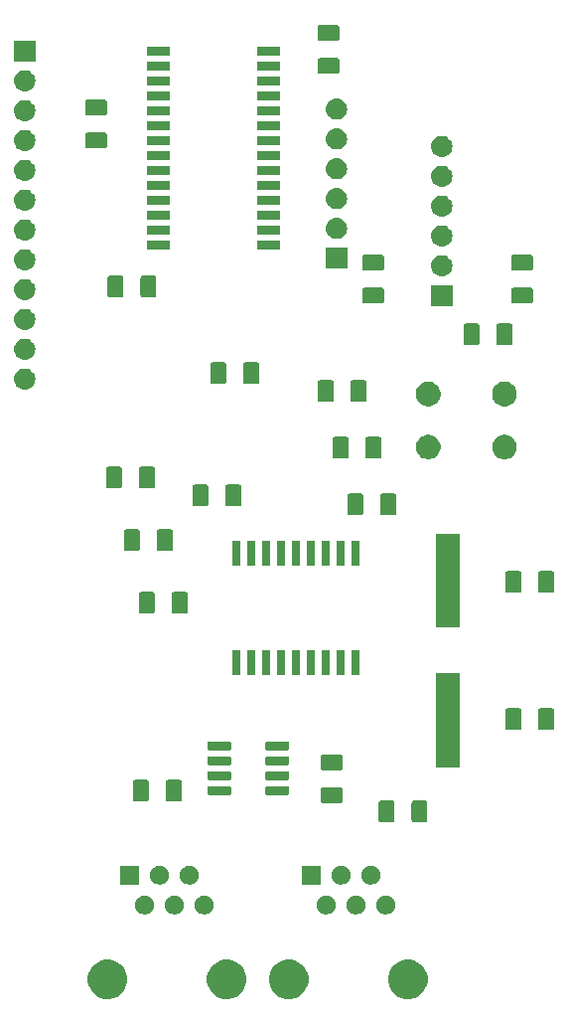
<source format=gbr>
G04 #@! TF.GenerationSoftware,KiCad,Pcbnew,(5.1.4)-1*
G04 #@! TF.CreationDate,2019-11-01T17:51:28+00:00*
G04 #@! TF.ProjectId,canbus_boiler_switch,63616e62-7573-45f6-926f-696c65725f73,rev?*
G04 #@! TF.SameCoordinates,Original*
G04 #@! TF.FileFunction,Soldermask,Top*
G04 #@! TF.FilePolarity,Negative*
%FSLAX46Y46*%
G04 Gerber Fmt 4.6, Leading zero omitted, Abs format (unit mm)*
G04 Created by KiCad (PCBNEW (5.1.4)-1) date 2019-11-01 17:51:28*
%MOMM*%
%LPD*%
G04 APERTURE LIST*
%ADD10C,0.100000*%
G04 APERTURE END LIST*
D10*
G36*
X62398871Y-207492408D02*
G01*
X62703883Y-207618748D01*
X62978387Y-207802166D01*
X63211834Y-208035613D01*
X63395252Y-208310117D01*
X63521592Y-208615129D01*
X63586000Y-208938928D01*
X63586000Y-209269072D01*
X63521592Y-209592871D01*
X63395252Y-209897883D01*
X63211834Y-210172387D01*
X62978387Y-210405834D01*
X62703883Y-210589252D01*
X62398871Y-210715592D01*
X62075073Y-210780000D01*
X61744927Y-210780000D01*
X61583029Y-210747796D01*
X61421129Y-210715592D01*
X61116117Y-210589252D01*
X60841613Y-210405834D01*
X60608166Y-210172387D01*
X60424748Y-209897883D01*
X60298408Y-209592871D01*
X60234000Y-209269072D01*
X60234000Y-208938928D01*
X60298408Y-208615129D01*
X60424748Y-208310117D01*
X60608166Y-208035613D01*
X60841613Y-207802166D01*
X61116117Y-207618748D01*
X61421129Y-207492408D01*
X61744927Y-207428000D01*
X62075073Y-207428000D01*
X62398871Y-207492408D01*
X62398871Y-207492408D01*
G37*
G36*
X77868871Y-207492408D02*
G01*
X78173883Y-207618748D01*
X78448387Y-207802166D01*
X78681834Y-208035613D01*
X78865252Y-208310117D01*
X78991592Y-208615129D01*
X79056000Y-208938928D01*
X79056000Y-209269072D01*
X78991592Y-209592871D01*
X78865252Y-209897883D01*
X78681834Y-210172387D01*
X78448387Y-210405834D01*
X78173883Y-210589252D01*
X77868871Y-210715592D01*
X77545073Y-210780000D01*
X77214927Y-210780000D01*
X77053029Y-210747796D01*
X76891129Y-210715592D01*
X76586117Y-210589252D01*
X76311613Y-210405834D01*
X76078166Y-210172387D01*
X75894748Y-209897883D01*
X75768408Y-209592871D01*
X75704000Y-209269072D01*
X75704000Y-208938928D01*
X75768408Y-208615129D01*
X75894748Y-208310117D01*
X76078166Y-208035613D01*
X76311613Y-207802166D01*
X76586117Y-207618748D01*
X76891129Y-207492408D01*
X77214927Y-207428000D01*
X77545073Y-207428000D01*
X77868871Y-207492408D01*
X77868871Y-207492408D01*
G37*
G36*
X88028871Y-207492408D02*
G01*
X88333883Y-207618748D01*
X88608387Y-207802166D01*
X88841834Y-208035613D01*
X89025252Y-208310117D01*
X89151592Y-208615129D01*
X89216000Y-208938928D01*
X89216000Y-209269072D01*
X89151592Y-209592871D01*
X89025252Y-209897883D01*
X88841834Y-210172387D01*
X88608387Y-210405834D01*
X88333883Y-210589252D01*
X88028871Y-210715592D01*
X87705073Y-210780000D01*
X87374927Y-210780000D01*
X87213029Y-210747796D01*
X87051129Y-210715592D01*
X86746117Y-210589252D01*
X86471613Y-210405834D01*
X86238166Y-210172387D01*
X86054748Y-209897883D01*
X85928408Y-209592871D01*
X85864000Y-209269072D01*
X85864000Y-208938928D01*
X85928408Y-208615129D01*
X86054748Y-208310117D01*
X86238166Y-208035613D01*
X86471613Y-207802166D01*
X86746117Y-207618748D01*
X87051129Y-207492408D01*
X87374927Y-207428000D01*
X87705073Y-207428000D01*
X88028871Y-207492408D01*
X88028871Y-207492408D01*
G37*
G36*
X72558871Y-207492408D02*
G01*
X72863883Y-207618748D01*
X73138387Y-207802166D01*
X73371834Y-208035613D01*
X73555252Y-208310117D01*
X73681592Y-208615129D01*
X73746000Y-208938928D01*
X73746000Y-209269072D01*
X73681592Y-209592871D01*
X73555252Y-209897883D01*
X73371834Y-210172387D01*
X73138387Y-210405834D01*
X72863883Y-210589252D01*
X72558871Y-210715592D01*
X72235073Y-210780000D01*
X71904927Y-210780000D01*
X71743029Y-210747796D01*
X71581129Y-210715592D01*
X71276117Y-210589252D01*
X71001613Y-210405834D01*
X70768166Y-210172387D01*
X70584748Y-209897883D01*
X70458408Y-209592871D01*
X70394000Y-209269072D01*
X70394000Y-208938928D01*
X70458408Y-208615129D01*
X70584748Y-208310117D01*
X70768166Y-208035613D01*
X71001613Y-207802166D01*
X71276117Y-207618748D01*
X71581129Y-207492408D01*
X71904927Y-207428000D01*
X72235073Y-207428000D01*
X72558871Y-207492408D01*
X72558871Y-207492408D01*
G37*
G36*
X70406560Y-201974166D02*
G01*
X70554153Y-202035301D01*
X70686982Y-202124055D01*
X70799945Y-202237018D01*
X70888699Y-202369847D01*
X70949834Y-202517440D01*
X70981000Y-202674123D01*
X70981000Y-202833877D01*
X70949834Y-202990560D01*
X70888699Y-203138153D01*
X70799945Y-203270982D01*
X70686982Y-203383945D01*
X70554153Y-203472699D01*
X70554152Y-203472700D01*
X70554151Y-203472700D01*
X70406560Y-203533834D01*
X70249878Y-203565000D01*
X70090122Y-203565000D01*
X69933440Y-203533834D01*
X69785849Y-203472700D01*
X69785848Y-203472700D01*
X69785847Y-203472699D01*
X69653018Y-203383945D01*
X69540055Y-203270982D01*
X69451301Y-203138153D01*
X69390166Y-202990560D01*
X69359000Y-202833877D01*
X69359000Y-202674123D01*
X69390166Y-202517440D01*
X69451301Y-202369847D01*
X69540055Y-202237018D01*
X69653018Y-202124055D01*
X69785847Y-202035301D01*
X69933440Y-201974166D01*
X70090122Y-201943000D01*
X70249878Y-201943000D01*
X70406560Y-201974166D01*
X70406560Y-201974166D01*
G37*
G36*
X85876560Y-201974166D02*
G01*
X86024153Y-202035301D01*
X86156982Y-202124055D01*
X86269945Y-202237018D01*
X86358699Y-202369847D01*
X86419834Y-202517440D01*
X86451000Y-202674123D01*
X86451000Y-202833877D01*
X86419834Y-202990560D01*
X86358699Y-203138153D01*
X86269945Y-203270982D01*
X86156982Y-203383945D01*
X86024153Y-203472699D01*
X86024152Y-203472700D01*
X86024151Y-203472700D01*
X85876560Y-203533834D01*
X85719878Y-203565000D01*
X85560122Y-203565000D01*
X85403440Y-203533834D01*
X85255849Y-203472700D01*
X85255848Y-203472700D01*
X85255847Y-203472699D01*
X85123018Y-203383945D01*
X85010055Y-203270982D01*
X84921301Y-203138153D01*
X84860166Y-202990560D01*
X84829000Y-202833877D01*
X84829000Y-202674123D01*
X84860166Y-202517440D01*
X84921301Y-202369847D01*
X85010055Y-202237018D01*
X85123018Y-202124055D01*
X85255847Y-202035301D01*
X85403440Y-201974166D01*
X85560122Y-201943000D01*
X85719878Y-201943000D01*
X85876560Y-201974166D01*
X85876560Y-201974166D01*
G37*
G36*
X83336560Y-201974166D02*
G01*
X83484153Y-202035301D01*
X83616982Y-202124055D01*
X83729945Y-202237018D01*
X83818699Y-202369847D01*
X83879834Y-202517440D01*
X83911000Y-202674123D01*
X83911000Y-202833877D01*
X83879834Y-202990560D01*
X83818699Y-203138153D01*
X83729945Y-203270982D01*
X83616982Y-203383945D01*
X83484153Y-203472699D01*
X83484152Y-203472700D01*
X83484151Y-203472700D01*
X83336560Y-203533834D01*
X83179878Y-203565000D01*
X83020122Y-203565000D01*
X82863440Y-203533834D01*
X82715849Y-203472700D01*
X82715848Y-203472700D01*
X82715847Y-203472699D01*
X82583018Y-203383945D01*
X82470055Y-203270982D01*
X82381301Y-203138153D01*
X82320166Y-202990560D01*
X82289000Y-202833877D01*
X82289000Y-202674123D01*
X82320166Y-202517440D01*
X82381301Y-202369847D01*
X82470055Y-202237018D01*
X82583018Y-202124055D01*
X82715847Y-202035301D01*
X82863440Y-201974166D01*
X83020122Y-201943000D01*
X83179878Y-201943000D01*
X83336560Y-201974166D01*
X83336560Y-201974166D01*
G37*
G36*
X80796560Y-201974166D02*
G01*
X80944153Y-202035301D01*
X81076982Y-202124055D01*
X81189945Y-202237018D01*
X81278699Y-202369847D01*
X81339834Y-202517440D01*
X81371000Y-202674123D01*
X81371000Y-202833877D01*
X81339834Y-202990560D01*
X81278699Y-203138153D01*
X81189945Y-203270982D01*
X81076982Y-203383945D01*
X80944153Y-203472699D01*
X80944152Y-203472700D01*
X80944151Y-203472700D01*
X80796560Y-203533834D01*
X80639878Y-203565000D01*
X80480122Y-203565000D01*
X80323440Y-203533834D01*
X80175849Y-203472700D01*
X80175848Y-203472700D01*
X80175847Y-203472699D01*
X80043018Y-203383945D01*
X79930055Y-203270982D01*
X79841301Y-203138153D01*
X79780166Y-202990560D01*
X79749000Y-202833877D01*
X79749000Y-202674123D01*
X79780166Y-202517440D01*
X79841301Y-202369847D01*
X79930055Y-202237018D01*
X80043018Y-202124055D01*
X80175847Y-202035301D01*
X80323440Y-201974166D01*
X80480122Y-201943000D01*
X80639878Y-201943000D01*
X80796560Y-201974166D01*
X80796560Y-201974166D01*
G37*
G36*
X67866560Y-201974166D02*
G01*
X68014153Y-202035301D01*
X68146982Y-202124055D01*
X68259945Y-202237018D01*
X68348699Y-202369847D01*
X68409834Y-202517440D01*
X68441000Y-202674123D01*
X68441000Y-202833877D01*
X68409834Y-202990560D01*
X68348699Y-203138153D01*
X68259945Y-203270982D01*
X68146982Y-203383945D01*
X68014153Y-203472699D01*
X68014152Y-203472700D01*
X68014151Y-203472700D01*
X67866560Y-203533834D01*
X67709878Y-203565000D01*
X67550122Y-203565000D01*
X67393440Y-203533834D01*
X67245849Y-203472700D01*
X67245848Y-203472700D01*
X67245847Y-203472699D01*
X67113018Y-203383945D01*
X67000055Y-203270982D01*
X66911301Y-203138153D01*
X66850166Y-202990560D01*
X66819000Y-202833877D01*
X66819000Y-202674123D01*
X66850166Y-202517440D01*
X66911301Y-202369847D01*
X67000055Y-202237018D01*
X67113018Y-202124055D01*
X67245847Y-202035301D01*
X67393440Y-201974166D01*
X67550122Y-201943000D01*
X67709878Y-201943000D01*
X67866560Y-201974166D01*
X67866560Y-201974166D01*
G37*
G36*
X65326560Y-201974166D02*
G01*
X65474153Y-202035301D01*
X65606982Y-202124055D01*
X65719945Y-202237018D01*
X65808699Y-202369847D01*
X65869834Y-202517440D01*
X65901000Y-202674123D01*
X65901000Y-202833877D01*
X65869834Y-202990560D01*
X65808699Y-203138153D01*
X65719945Y-203270982D01*
X65606982Y-203383945D01*
X65474153Y-203472699D01*
X65474152Y-203472700D01*
X65474151Y-203472700D01*
X65326560Y-203533834D01*
X65169878Y-203565000D01*
X65010122Y-203565000D01*
X64853440Y-203533834D01*
X64705849Y-203472700D01*
X64705848Y-203472700D01*
X64705847Y-203472699D01*
X64573018Y-203383945D01*
X64460055Y-203270982D01*
X64371301Y-203138153D01*
X64310166Y-202990560D01*
X64279000Y-202833877D01*
X64279000Y-202674123D01*
X64310166Y-202517440D01*
X64371301Y-202369847D01*
X64460055Y-202237018D01*
X64573018Y-202124055D01*
X64705847Y-202035301D01*
X64853440Y-201974166D01*
X65010122Y-201943000D01*
X65169878Y-201943000D01*
X65326560Y-201974166D01*
X65326560Y-201974166D01*
G37*
G36*
X84606560Y-199434166D02*
G01*
X84754153Y-199495301D01*
X84886982Y-199584055D01*
X84999945Y-199697018D01*
X85088699Y-199829847D01*
X85149834Y-199977440D01*
X85181000Y-200134123D01*
X85181000Y-200293877D01*
X85149834Y-200450560D01*
X85088699Y-200598153D01*
X84999945Y-200730982D01*
X84886982Y-200843945D01*
X84754153Y-200932699D01*
X84754152Y-200932700D01*
X84754151Y-200932700D01*
X84606560Y-200993834D01*
X84449878Y-201025000D01*
X84290122Y-201025000D01*
X84133440Y-200993834D01*
X83985849Y-200932700D01*
X83985848Y-200932700D01*
X83985847Y-200932699D01*
X83853018Y-200843945D01*
X83740055Y-200730982D01*
X83651301Y-200598153D01*
X83590166Y-200450560D01*
X83559000Y-200293877D01*
X83559000Y-200134123D01*
X83590166Y-199977440D01*
X83651301Y-199829847D01*
X83740055Y-199697018D01*
X83853018Y-199584055D01*
X83985847Y-199495301D01*
X84133440Y-199434166D01*
X84290122Y-199403000D01*
X84449878Y-199403000D01*
X84606560Y-199434166D01*
X84606560Y-199434166D01*
G37*
G36*
X82066560Y-199434166D02*
G01*
X82214153Y-199495301D01*
X82346982Y-199584055D01*
X82459945Y-199697018D01*
X82548699Y-199829847D01*
X82609834Y-199977440D01*
X82641000Y-200134123D01*
X82641000Y-200293877D01*
X82609834Y-200450560D01*
X82548699Y-200598153D01*
X82459945Y-200730982D01*
X82346982Y-200843945D01*
X82214153Y-200932699D01*
X82214152Y-200932700D01*
X82214151Y-200932700D01*
X82066560Y-200993834D01*
X81909878Y-201025000D01*
X81750122Y-201025000D01*
X81593440Y-200993834D01*
X81445849Y-200932700D01*
X81445848Y-200932700D01*
X81445847Y-200932699D01*
X81313018Y-200843945D01*
X81200055Y-200730982D01*
X81111301Y-200598153D01*
X81050166Y-200450560D01*
X81019000Y-200293877D01*
X81019000Y-200134123D01*
X81050166Y-199977440D01*
X81111301Y-199829847D01*
X81200055Y-199697018D01*
X81313018Y-199584055D01*
X81445847Y-199495301D01*
X81593440Y-199434166D01*
X81750122Y-199403000D01*
X81909878Y-199403000D01*
X82066560Y-199434166D01*
X82066560Y-199434166D01*
G37*
G36*
X80101000Y-201025000D02*
G01*
X78479000Y-201025000D01*
X78479000Y-199403000D01*
X80101000Y-199403000D01*
X80101000Y-201025000D01*
X80101000Y-201025000D01*
G37*
G36*
X69136560Y-199434166D02*
G01*
X69284153Y-199495301D01*
X69416982Y-199584055D01*
X69529945Y-199697018D01*
X69618699Y-199829847D01*
X69679834Y-199977440D01*
X69711000Y-200134123D01*
X69711000Y-200293877D01*
X69679834Y-200450560D01*
X69618699Y-200598153D01*
X69529945Y-200730982D01*
X69416982Y-200843945D01*
X69284153Y-200932699D01*
X69284152Y-200932700D01*
X69284151Y-200932700D01*
X69136560Y-200993834D01*
X68979878Y-201025000D01*
X68820122Y-201025000D01*
X68663440Y-200993834D01*
X68515849Y-200932700D01*
X68515848Y-200932700D01*
X68515847Y-200932699D01*
X68383018Y-200843945D01*
X68270055Y-200730982D01*
X68181301Y-200598153D01*
X68120166Y-200450560D01*
X68089000Y-200293877D01*
X68089000Y-200134123D01*
X68120166Y-199977440D01*
X68181301Y-199829847D01*
X68270055Y-199697018D01*
X68383018Y-199584055D01*
X68515847Y-199495301D01*
X68663440Y-199434166D01*
X68820122Y-199403000D01*
X68979878Y-199403000D01*
X69136560Y-199434166D01*
X69136560Y-199434166D01*
G37*
G36*
X66596560Y-199434166D02*
G01*
X66744153Y-199495301D01*
X66876982Y-199584055D01*
X66989945Y-199697018D01*
X67078699Y-199829847D01*
X67139834Y-199977440D01*
X67171000Y-200134123D01*
X67171000Y-200293877D01*
X67139834Y-200450560D01*
X67078699Y-200598153D01*
X66989945Y-200730982D01*
X66876982Y-200843945D01*
X66744153Y-200932699D01*
X66744152Y-200932700D01*
X66744151Y-200932700D01*
X66596560Y-200993834D01*
X66439878Y-201025000D01*
X66280122Y-201025000D01*
X66123440Y-200993834D01*
X65975849Y-200932700D01*
X65975848Y-200932700D01*
X65975847Y-200932699D01*
X65843018Y-200843945D01*
X65730055Y-200730982D01*
X65641301Y-200598153D01*
X65580166Y-200450560D01*
X65549000Y-200293877D01*
X65549000Y-200134123D01*
X65580166Y-199977440D01*
X65641301Y-199829847D01*
X65730055Y-199697018D01*
X65843018Y-199584055D01*
X65975847Y-199495301D01*
X66123440Y-199434166D01*
X66280122Y-199403000D01*
X66439878Y-199403000D01*
X66596560Y-199434166D01*
X66596560Y-199434166D01*
G37*
G36*
X64631000Y-201025000D02*
G01*
X63009000Y-201025000D01*
X63009000Y-199403000D01*
X64631000Y-199403000D01*
X64631000Y-201025000D01*
X64631000Y-201025000D01*
G37*
G36*
X89040604Y-193896347D02*
G01*
X89077144Y-193907432D01*
X89110821Y-193925433D01*
X89140341Y-193949659D01*
X89164567Y-193979179D01*
X89182568Y-194012856D01*
X89193653Y-194049396D01*
X89198000Y-194093538D01*
X89198000Y-195542462D01*
X89193653Y-195586604D01*
X89182568Y-195623144D01*
X89164567Y-195656821D01*
X89140341Y-195686341D01*
X89110821Y-195710567D01*
X89077144Y-195728568D01*
X89040604Y-195739653D01*
X88996462Y-195744000D01*
X88047538Y-195744000D01*
X88003396Y-195739653D01*
X87966856Y-195728568D01*
X87933179Y-195710567D01*
X87903659Y-195686341D01*
X87879433Y-195656821D01*
X87861432Y-195623144D01*
X87850347Y-195586604D01*
X87846000Y-195542462D01*
X87846000Y-194093538D01*
X87850347Y-194049396D01*
X87861432Y-194012856D01*
X87879433Y-193979179D01*
X87903659Y-193949659D01*
X87933179Y-193925433D01*
X87966856Y-193907432D01*
X88003396Y-193896347D01*
X88047538Y-193892000D01*
X88996462Y-193892000D01*
X89040604Y-193896347D01*
X89040604Y-193896347D01*
G37*
G36*
X86240604Y-193896347D02*
G01*
X86277144Y-193907432D01*
X86310821Y-193925433D01*
X86340341Y-193949659D01*
X86364567Y-193979179D01*
X86382568Y-194012856D01*
X86393653Y-194049396D01*
X86398000Y-194093538D01*
X86398000Y-195542462D01*
X86393653Y-195586604D01*
X86382568Y-195623144D01*
X86364567Y-195656821D01*
X86340341Y-195686341D01*
X86310821Y-195710567D01*
X86277144Y-195728568D01*
X86240604Y-195739653D01*
X86196462Y-195744000D01*
X85247538Y-195744000D01*
X85203396Y-195739653D01*
X85166856Y-195728568D01*
X85133179Y-195710567D01*
X85103659Y-195686341D01*
X85079433Y-195656821D01*
X85061432Y-195623144D01*
X85050347Y-195586604D01*
X85046000Y-195542462D01*
X85046000Y-194093538D01*
X85050347Y-194049396D01*
X85061432Y-194012856D01*
X85079433Y-193979179D01*
X85103659Y-193949659D01*
X85133179Y-193925433D01*
X85166856Y-193907432D01*
X85203396Y-193896347D01*
X85247538Y-193892000D01*
X86196462Y-193892000D01*
X86240604Y-193896347D01*
X86240604Y-193896347D01*
G37*
G36*
X81794604Y-192752347D02*
G01*
X81831144Y-192763432D01*
X81864821Y-192781433D01*
X81894341Y-192805659D01*
X81918567Y-192835179D01*
X81936568Y-192868856D01*
X81947653Y-192905396D01*
X81952000Y-192949538D01*
X81952000Y-193898462D01*
X81947653Y-193942604D01*
X81936568Y-193979144D01*
X81918567Y-194012821D01*
X81894341Y-194042341D01*
X81864821Y-194066567D01*
X81831144Y-194084568D01*
X81794604Y-194095653D01*
X81750462Y-194100000D01*
X80301538Y-194100000D01*
X80257396Y-194095653D01*
X80220856Y-194084568D01*
X80187179Y-194066567D01*
X80157659Y-194042341D01*
X80133433Y-194012821D01*
X80115432Y-193979144D01*
X80104347Y-193942604D01*
X80100000Y-193898462D01*
X80100000Y-192949538D01*
X80104347Y-192905396D01*
X80115432Y-192868856D01*
X80133433Y-192835179D01*
X80157659Y-192805659D01*
X80187179Y-192781433D01*
X80220856Y-192763432D01*
X80257396Y-192752347D01*
X80301538Y-192748000D01*
X81750462Y-192748000D01*
X81794604Y-192752347D01*
X81794604Y-192752347D01*
G37*
G36*
X65282604Y-192118347D02*
G01*
X65319144Y-192129432D01*
X65352821Y-192147433D01*
X65382341Y-192171659D01*
X65406567Y-192201179D01*
X65424568Y-192234856D01*
X65435653Y-192271396D01*
X65440000Y-192315538D01*
X65440000Y-193764462D01*
X65435653Y-193808604D01*
X65424568Y-193845144D01*
X65406567Y-193878821D01*
X65382341Y-193908341D01*
X65352821Y-193932567D01*
X65319144Y-193950568D01*
X65282604Y-193961653D01*
X65238462Y-193966000D01*
X64289538Y-193966000D01*
X64245396Y-193961653D01*
X64208856Y-193950568D01*
X64175179Y-193932567D01*
X64145659Y-193908341D01*
X64121433Y-193878821D01*
X64103432Y-193845144D01*
X64092347Y-193808604D01*
X64088000Y-193764462D01*
X64088000Y-192315538D01*
X64092347Y-192271396D01*
X64103432Y-192234856D01*
X64121433Y-192201179D01*
X64145659Y-192171659D01*
X64175179Y-192147433D01*
X64208856Y-192129432D01*
X64245396Y-192118347D01*
X64289538Y-192114000D01*
X65238462Y-192114000D01*
X65282604Y-192118347D01*
X65282604Y-192118347D01*
G37*
G36*
X68082604Y-192118347D02*
G01*
X68119144Y-192129432D01*
X68152821Y-192147433D01*
X68182341Y-192171659D01*
X68206567Y-192201179D01*
X68224568Y-192234856D01*
X68235653Y-192271396D01*
X68240000Y-192315538D01*
X68240000Y-193764462D01*
X68235653Y-193808604D01*
X68224568Y-193845144D01*
X68206567Y-193878821D01*
X68182341Y-193908341D01*
X68152821Y-193932567D01*
X68119144Y-193950568D01*
X68082604Y-193961653D01*
X68038462Y-193966000D01*
X67089538Y-193966000D01*
X67045396Y-193961653D01*
X67008856Y-193950568D01*
X66975179Y-193932567D01*
X66945659Y-193908341D01*
X66921433Y-193878821D01*
X66903432Y-193845144D01*
X66892347Y-193808604D01*
X66888000Y-193764462D01*
X66888000Y-192315538D01*
X66892347Y-192271396D01*
X66903432Y-192234856D01*
X66921433Y-192201179D01*
X66945659Y-192171659D01*
X66975179Y-192147433D01*
X67008856Y-192129432D01*
X67045396Y-192118347D01*
X67089538Y-192114000D01*
X68038462Y-192114000D01*
X68082604Y-192118347D01*
X68082604Y-192118347D01*
G37*
G36*
X77323928Y-192691764D02*
G01*
X77345009Y-192698160D01*
X77364445Y-192708548D01*
X77381476Y-192722524D01*
X77395452Y-192739555D01*
X77405840Y-192758991D01*
X77412236Y-192780072D01*
X77415000Y-192808140D01*
X77415000Y-193271860D01*
X77412236Y-193299928D01*
X77405840Y-193321009D01*
X77395452Y-193340445D01*
X77381476Y-193357476D01*
X77364445Y-193371452D01*
X77345009Y-193381840D01*
X77323928Y-193388236D01*
X77295860Y-193391000D01*
X75482140Y-193391000D01*
X75454072Y-193388236D01*
X75432991Y-193381840D01*
X75413555Y-193371452D01*
X75396524Y-193357476D01*
X75382548Y-193340445D01*
X75372160Y-193321009D01*
X75365764Y-193299928D01*
X75363000Y-193271860D01*
X75363000Y-192808140D01*
X75365764Y-192780072D01*
X75372160Y-192758991D01*
X75382548Y-192739555D01*
X75396524Y-192722524D01*
X75413555Y-192708548D01*
X75432991Y-192698160D01*
X75454072Y-192691764D01*
X75482140Y-192689000D01*
X77295860Y-192689000D01*
X77323928Y-192691764D01*
X77323928Y-192691764D01*
G37*
G36*
X72373928Y-192691764D02*
G01*
X72395009Y-192698160D01*
X72414445Y-192708548D01*
X72431476Y-192722524D01*
X72445452Y-192739555D01*
X72455840Y-192758991D01*
X72462236Y-192780072D01*
X72465000Y-192808140D01*
X72465000Y-193271860D01*
X72462236Y-193299928D01*
X72455840Y-193321009D01*
X72445452Y-193340445D01*
X72431476Y-193357476D01*
X72414445Y-193371452D01*
X72395009Y-193381840D01*
X72373928Y-193388236D01*
X72345860Y-193391000D01*
X70532140Y-193391000D01*
X70504072Y-193388236D01*
X70482991Y-193381840D01*
X70463555Y-193371452D01*
X70446524Y-193357476D01*
X70432548Y-193340445D01*
X70422160Y-193321009D01*
X70415764Y-193299928D01*
X70413000Y-193271860D01*
X70413000Y-192808140D01*
X70415764Y-192780072D01*
X70422160Y-192758991D01*
X70432548Y-192739555D01*
X70446524Y-192722524D01*
X70463555Y-192708548D01*
X70482991Y-192698160D01*
X70504072Y-192691764D01*
X70532140Y-192689000D01*
X72345860Y-192689000D01*
X72373928Y-192691764D01*
X72373928Y-192691764D01*
G37*
G36*
X77323928Y-191421764D02*
G01*
X77345009Y-191428160D01*
X77364445Y-191438548D01*
X77381476Y-191452524D01*
X77395452Y-191469555D01*
X77405840Y-191488991D01*
X77412236Y-191510072D01*
X77415000Y-191538140D01*
X77415000Y-192001860D01*
X77412236Y-192029928D01*
X77405840Y-192051009D01*
X77395452Y-192070445D01*
X77381476Y-192087476D01*
X77364445Y-192101452D01*
X77345009Y-192111840D01*
X77323928Y-192118236D01*
X77295860Y-192121000D01*
X75482140Y-192121000D01*
X75454072Y-192118236D01*
X75432991Y-192111840D01*
X75413555Y-192101452D01*
X75396524Y-192087476D01*
X75382548Y-192070445D01*
X75372160Y-192051009D01*
X75365764Y-192029928D01*
X75363000Y-192001860D01*
X75363000Y-191538140D01*
X75365764Y-191510072D01*
X75372160Y-191488991D01*
X75382548Y-191469555D01*
X75396524Y-191452524D01*
X75413555Y-191438548D01*
X75432991Y-191428160D01*
X75454072Y-191421764D01*
X75482140Y-191419000D01*
X77295860Y-191419000D01*
X77323928Y-191421764D01*
X77323928Y-191421764D01*
G37*
G36*
X72373928Y-191421764D02*
G01*
X72395009Y-191428160D01*
X72414445Y-191438548D01*
X72431476Y-191452524D01*
X72445452Y-191469555D01*
X72455840Y-191488991D01*
X72462236Y-191510072D01*
X72465000Y-191538140D01*
X72465000Y-192001860D01*
X72462236Y-192029928D01*
X72455840Y-192051009D01*
X72445452Y-192070445D01*
X72431476Y-192087476D01*
X72414445Y-192101452D01*
X72395009Y-192111840D01*
X72373928Y-192118236D01*
X72345860Y-192121000D01*
X70532140Y-192121000D01*
X70504072Y-192118236D01*
X70482991Y-192111840D01*
X70463555Y-192101452D01*
X70446524Y-192087476D01*
X70432548Y-192070445D01*
X70422160Y-192051009D01*
X70415764Y-192029928D01*
X70413000Y-192001860D01*
X70413000Y-191538140D01*
X70415764Y-191510072D01*
X70422160Y-191488991D01*
X70432548Y-191469555D01*
X70446524Y-191452524D01*
X70463555Y-191438548D01*
X70482991Y-191428160D01*
X70504072Y-191421764D01*
X70532140Y-191419000D01*
X72345860Y-191419000D01*
X72373928Y-191421764D01*
X72373928Y-191421764D01*
G37*
G36*
X81794604Y-189952347D02*
G01*
X81831144Y-189963432D01*
X81864821Y-189981433D01*
X81894341Y-190005659D01*
X81918567Y-190035179D01*
X81936568Y-190068856D01*
X81947653Y-190105396D01*
X81952000Y-190149538D01*
X81952000Y-191098462D01*
X81947653Y-191142604D01*
X81936568Y-191179144D01*
X81918567Y-191212821D01*
X81894341Y-191242341D01*
X81864821Y-191266567D01*
X81831144Y-191284568D01*
X81794604Y-191295653D01*
X81750462Y-191300000D01*
X80301538Y-191300000D01*
X80257396Y-191295653D01*
X80220856Y-191284568D01*
X80187179Y-191266567D01*
X80157659Y-191242341D01*
X80133433Y-191212821D01*
X80115432Y-191179144D01*
X80104347Y-191142604D01*
X80100000Y-191098462D01*
X80100000Y-190149538D01*
X80104347Y-190105396D01*
X80115432Y-190068856D01*
X80133433Y-190035179D01*
X80157659Y-190005659D01*
X80187179Y-189981433D01*
X80220856Y-189963432D01*
X80257396Y-189952347D01*
X80301538Y-189948000D01*
X81750462Y-189948000D01*
X81794604Y-189952347D01*
X81794604Y-189952347D01*
G37*
G36*
X91983000Y-191028000D02*
G01*
X89881000Y-191028000D01*
X89881000Y-183051000D01*
X91983000Y-183051000D01*
X91983000Y-191028000D01*
X91983000Y-191028000D01*
G37*
G36*
X72373928Y-190151764D02*
G01*
X72395009Y-190158160D01*
X72414445Y-190168548D01*
X72431476Y-190182524D01*
X72445452Y-190199555D01*
X72455840Y-190218991D01*
X72462236Y-190240072D01*
X72465000Y-190268140D01*
X72465000Y-190731860D01*
X72462236Y-190759928D01*
X72455840Y-190781009D01*
X72445452Y-190800445D01*
X72431476Y-190817476D01*
X72414445Y-190831452D01*
X72395009Y-190841840D01*
X72373928Y-190848236D01*
X72345860Y-190851000D01*
X70532140Y-190851000D01*
X70504072Y-190848236D01*
X70482991Y-190841840D01*
X70463555Y-190831452D01*
X70446524Y-190817476D01*
X70432548Y-190800445D01*
X70422160Y-190781009D01*
X70415764Y-190759928D01*
X70413000Y-190731860D01*
X70413000Y-190268140D01*
X70415764Y-190240072D01*
X70422160Y-190218991D01*
X70432548Y-190199555D01*
X70446524Y-190182524D01*
X70463555Y-190168548D01*
X70482991Y-190158160D01*
X70504072Y-190151764D01*
X70532140Y-190149000D01*
X72345860Y-190149000D01*
X72373928Y-190151764D01*
X72373928Y-190151764D01*
G37*
G36*
X77323928Y-190151764D02*
G01*
X77345009Y-190158160D01*
X77364445Y-190168548D01*
X77381476Y-190182524D01*
X77395452Y-190199555D01*
X77405840Y-190218991D01*
X77412236Y-190240072D01*
X77415000Y-190268140D01*
X77415000Y-190731860D01*
X77412236Y-190759928D01*
X77405840Y-190781009D01*
X77395452Y-190800445D01*
X77381476Y-190817476D01*
X77364445Y-190831452D01*
X77345009Y-190841840D01*
X77323928Y-190848236D01*
X77295860Y-190851000D01*
X75482140Y-190851000D01*
X75454072Y-190848236D01*
X75432991Y-190841840D01*
X75413555Y-190831452D01*
X75396524Y-190817476D01*
X75382548Y-190800445D01*
X75372160Y-190781009D01*
X75365764Y-190759928D01*
X75363000Y-190731860D01*
X75363000Y-190268140D01*
X75365764Y-190240072D01*
X75372160Y-190218991D01*
X75382548Y-190199555D01*
X75396524Y-190182524D01*
X75413555Y-190168548D01*
X75432991Y-190158160D01*
X75454072Y-190151764D01*
X75482140Y-190149000D01*
X77295860Y-190149000D01*
X77323928Y-190151764D01*
X77323928Y-190151764D01*
G37*
G36*
X72373928Y-188881764D02*
G01*
X72395009Y-188888160D01*
X72414445Y-188898548D01*
X72431476Y-188912524D01*
X72445452Y-188929555D01*
X72455840Y-188948991D01*
X72462236Y-188970072D01*
X72465000Y-188998140D01*
X72465000Y-189461860D01*
X72462236Y-189489928D01*
X72455840Y-189511009D01*
X72445452Y-189530445D01*
X72431476Y-189547476D01*
X72414445Y-189561452D01*
X72395009Y-189571840D01*
X72373928Y-189578236D01*
X72345860Y-189581000D01*
X70532140Y-189581000D01*
X70504072Y-189578236D01*
X70482991Y-189571840D01*
X70463555Y-189561452D01*
X70446524Y-189547476D01*
X70432548Y-189530445D01*
X70422160Y-189511009D01*
X70415764Y-189489928D01*
X70413000Y-189461860D01*
X70413000Y-188998140D01*
X70415764Y-188970072D01*
X70422160Y-188948991D01*
X70432548Y-188929555D01*
X70446524Y-188912524D01*
X70463555Y-188898548D01*
X70482991Y-188888160D01*
X70504072Y-188881764D01*
X70532140Y-188879000D01*
X72345860Y-188879000D01*
X72373928Y-188881764D01*
X72373928Y-188881764D01*
G37*
G36*
X77323928Y-188881764D02*
G01*
X77345009Y-188888160D01*
X77364445Y-188898548D01*
X77381476Y-188912524D01*
X77395452Y-188929555D01*
X77405840Y-188948991D01*
X77412236Y-188970072D01*
X77415000Y-188998140D01*
X77415000Y-189461860D01*
X77412236Y-189489928D01*
X77405840Y-189511009D01*
X77395452Y-189530445D01*
X77381476Y-189547476D01*
X77364445Y-189561452D01*
X77345009Y-189571840D01*
X77323928Y-189578236D01*
X77295860Y-189581000D01*
X75482140Y-189581000D01*
X75454072Y-189578236D01*
X75432991Y-189571840D01*
X75413555Y-189561452D01*
X75396524Y-189547476D01*
X75382548Y-189530445D01*
X75372160Y-189511009D01*
X75365764Y-189489928D01*
X75363000Y-189461860D01*
X75363000Y-188998140D01*
X75365764Y-188970072D01*
X75372160Y-188948991D01*
X75382548Y-188929555D01*
X75396524Y-188912524D01*
X75413555Y-188898548D01*
X75432991Y-188888160D01*
X75454072Y-188881764D01*
X75482140Y-188879000D01*
X77295860Y-188879000D01*
X77323928Y-188881764D01*
X77323928Y-188881764D01*
G37*
G36*
X99838604Y-186022347D02*
G01*
X99875144Y-186033432D01*
X99908821Y-186051433D01*
X99938341Y-186075659D01*
X99962567Y-186105179D01*
X99980568Y-186138856D01*
X99991653Y-186175396D01*
X99996000Y-186219538D01*
X99996000Y-187668462D01*
X99991653Y-187712604D01*
X99980568Y-187749144D01*
X99962567Y-187782821D01*
X99938341Y-187812341D01*
X99908821Y-187836567D01*
X99875144Y-187854568D01*
X99838604Y-187865653D01*
X99794462Y-187870000D01*
X98845538Y-187870000D01*
X98801396Y-187865653D01*
X98764856Y-187854568D01*
X98731179Y-187836567D01*
X98701659Y-187812341D01*
X98677433Y-187782821D01*
X98659432Y-187749144D01*
X98648347Y-187712604D01*
X98644000Y-187668462D01*
X98644000Y-186219538D01*
X98648347Y-186175396D01*
X98659432Y-186138856D01*
X98677433Y-186105179D01*
X98701659Y-186075659D01*
X98731179Y-186051433D01*
X98764856Y-186033432D01*
X98801396Y-186022347D01*
X98845538Y-186018000D01*
X99794462Y-186018000D01*
X99838604Y-186022347D01*
X99838604Y-186022347D01*
G37*
G36*
X97038604Y-186022347D02*
G01*
X97075144Y-186033432D01*
X97108821Y-186051433D01*
X97138341Y-186075659D01*
X97162567Y-186105179D01*
X97180568Y-186138856D01*
X97191653Y-186175396D01*
X97196000Y-186219538D01*
X97196000Y-187668462D01*
X97191653Y-187712604D01*
X97180568Y-187749144D01*
X97162567Y-187782821D01*
X97138341Y-187812341D01*
X97108821Y-187836567D01*
X97075144Y-187854568D01*
X97038604Y-187865653D01*
X96994462Y-187870000D01*
X96045538Y-187870000D01*
X96001396Y-187865653D01*
X95964856Y-187854568D01*
X95931179Y-187836567D01*
X95901659Y-187812341D01*
X95877433Y-187782821D01*
X95859432Y-187749144D01*
X95848347Y-187712604D01*
X95844000Y-187668462D01*
X95844000Y-186219538D01*
X95848347Y-186175396D01*
X95859432Y-186138856D01*
X95877433Y-186105179D01*
X95901659Y-186075659D01*
X95931179Y-186051433D01*
X95964856Y-186033432D01*
X96001396Y-186022347D01*
X96045538Y-186018000D01*
X96994462Y-186018000D01*
X97038604Y-186022347D01*
X97038604Y-186022347D01*
G37*
G36*
X73157928Y-181044764D02*
G01*
X73179009Y-181051160D01*
X73198445Y-181061548D01*
X73215476Y-181075524D01*
X73229452Y-181092555D01*
X73239840Y-181111991D01*
X73246236Y-181133072D01*
X73249000Y-181161140D01*
X73249000Y-183074860D01*
X73246236Y-183102928D01*
X73239840Y-183124009D01*
X73229452Y-183143445D01*
X73215476Y-183160476D01*
X73198445Y-183174452D01*
X73179009Y-183184840D01*
X73157928Y-183191236D01*
X73129860Y-183194000D01*
X72666140Y-183194000D01*
X72638072Y-183191236D01*
X72616991Y-183184840D01*
X72597555Y-183174452D01*
X72580524Y-183160476D01*
X72566548Y-183143445D01*
X72556160Y-183124009D01*
X72549764Y-183102928D01*
X72547000Y-183074860D01*
X72547000Y-181161140D01*
X72549764Y-181133072D01*
X72556160Y-181111991D01*
X72566548Y-181092555D01*
X72580524Y-181075524D01*
X72597555Y-181061548D01*
X72616991Y-181051160D01*
X72638072Y-181044764D01*
X72666140Y-181042000D01*
X73129860Y-181042000D01*
X73157928Y-181044764D01*
X73157928Y-181044764D01*
G37*
G36*
X74427928Y-181044764D02*
G01*
X74449009Y-181051160D01*
X74468445Y-181061548D01*
X74485476Y-181075524D01*
X74499452Y-181092555D01*
X74509840Y-181111991D01*
X74516236Y-181133072D01*
X74519000Y-181161140D01*
X74519000Y-183074860D01*
X74516236Y-183102928D01*
X74509840Y-183124009D01*
X74499452Y-183143445D01*
X74485476Y-183160476D01*
X74468445Y-183174452D01*
X74449009Y-183184840D01*
X74427928Y-183191236D01*
X74399860Y-183194000D01*
X73936140Y-183194000D01*
X73908072Y-183191236D01*
X73886991Y-183184840D01*
X73867555Y-183174452D01*
X73850524Y-183160476D01*
X73836548Y-183143445D01*
X73826160Y-183124009D01*
X73819764Y-183102928D01*
X73817000Y-183074860D01*
X73817000Y-181161140D01*
X73819764Y-181133072D01*
X73826160Y-181111991D01*
X73836548Y-181092555D01*
X73850524Y-181075524D01*
X73867555Y-181061548D01*
X73886991Y-181051160D01*
X73908072Y-181044764D01*
X73936140Y-181042000D01*
X74399860Y-181042000D01*
X74427928Y-181044764D01*
X74427928Y-181044764D01*
G37*
G36*
X75697928Y-181044764D02*
G01*
X75719009Y-181051160D01*
X75738445Y-181061548D01*
X75755476Y-181075524D01*
X75769452Y-181092555D01*
X75779840Y-181111991D01*
X75786236Y-181133072D01*
X75789000Y-181161140D01*
X75789000Y-183074860D01*
X75786236Y-183102928D01*
X75779840Y-183124009D01*
X75769452Y-183143445D01*
X75755476Y-183160476D01*
X75738445Y-183174452D01*
X75719009Y-183184840D01*
X75697928Y-183191236D01*
X75669860Y-183194000D01*
X75206140Y-183194000D01*
X75178072Y-183191236D01*
X75156991Y-183184840D01*
X75137555Y-183174452D01*
X75120524Y-183160476D01*
X75106548Y-183143445D01*
X75096160Y-183124009D01*
X75089764Y-183102928D01*
X75087000Y-183074860D01*
X75087000Y-181161140D01*
X75089764Y-181133072D01*
X75096160Y-181111991D01*
X75106548Y-181092555D01*
X75120524Y-181075524D01*
X75137555Y-181061548D01*
X75156991Y-181051160D01*
X75178072Y-181044764D01*
X75206140Y-181042000D01*
X75669860Y-181042000D01*
X75697928Y-181044764D01*
X75697928Y-181044764D01*
G37*
G36*
X79507928Y-181044764D02*
G01*
X79529009Y-181051160D01*
X79548445Y-181061548D01*
X79565476Y-181075524D01*
X79579452Y-181092555D01*
X79589840Y-181111991D01*
X79596236Y-181133072D01*
X79599000Y-181161140D01*
X79599000Y-183074860D01*
X79596236Y-183102928D01*
X79589840Y-183124009D01*
X79579452Y-183143445D01*
X79565476Y-183160476D01*
X79548445Y-183174452D01*
X79529009Y-183184840D01*
X79507928Y-183191236D01*
X79479860Y-183194000D01*
X79016140Y-183194000D01*
X78988072Y-183191236D01*
X78966991Y-183184840D01*
X78947555Y-183174452D01*
X78930524Y-183160476D01*
X78916548Y-183143445D01*
X78906160Y-183124009D01*
X78899764Y-183102928D01*
X78897000Y-183074860D01*
X78897000Y-181161140D01*
X78899764Y-181133072D01*
X78906160Y-181111991D01*
X78916548Y-181092555D01*
X78930524Y-181075524D01*
X78947555Y-181061548D01*
X78966991Y-181051160D01*
X78988072Y-181044764D01*
X79016140Y-181042000D01*
X79479860Y-181042000D01*
X79507928Y-181044764D01*
X79507928Y-181044764D01*
G37*
G36*
X76967928Y-181044764D02*
G01*
X76989009Y-181051160D01*
X77008445Y-181061548D01*
X77025476Y-181075524D01*
X77039452Y-181092555D01*
X77049840Y-181111991D01*
X77056236Y-181133072D01*
X77059000Y-181161140D01*
X77059000Y-183074860D01*
X77056236Y-183102928D01*
X77049840Y-183124009D01*
X77039452Y-183143445D01*
X77025476Y-183160476D01*
X77008445Y-183174452D01*
X76989009Y-183184840D01*
X76967928Y-183191236D01*
X76939860Y-183194000D01*
X76476140Y-183194000D01*
X76448072Y-183191236D01*
X76426991Y-183184840D01*
X76407555Y-183174452D01*
X76390524Y-183160476D01*
X76376548Y-183143445D01*
X76366160Y-183124009D01*
X76359764Y-183102928D01*
X76357000Y-183074860D01*
X76357000Y-181161140D01*
X76359764Y-181133072D01*
X76366160Y-181111991D01*
X76376548Y-181092555D01*
X76390524Y-181075524D01*
X76407555Y-181061548D01*
X76426991Y-181051160D01*
X76448072Y-181044764D01*
X76476140Y-181042000D01*
X76939860Y-181042000D01*
X76967928Y-181044764D01*
X76967928Y-181044764D01*
G37*
G36*
X82047928Y-181044764D02*
G01*
X82069009Y-181051160D01*
X82088445Y-181061548D01*
X82105476Y-181075524D01*
X82119452Y-181092555D01*
X82129840Y-181111991D01*
X82136236Y-181133072D01*
X82139000Y-181161140D01*
X82139000Y-183074860D01*
X82136236Y-183102928D01*
X82129840Y-183124009D01*
X82119452Y-183143445D01*
X82105476Y-183160476D01*
X82088445Y-183174452D01*
X82069009Y-183184840D01*
X82047928Y-183191236D01*
X82019860Y-183194000D01*
X81556140Y-183194000D01*
X81528072Y-183191236D01*
X81506991Y-183184840D01*
X81487555Y-183174452D01*
X81470524Y-183160476D01*
X81456548Y-183143445D01*
X81446160Y-183124009D01*
X81439764Y-183102928D01*
X81437000Y-183074860D01*
X81437000Y-181161140D01*
X81439764Y-181133072D01*
X81446160Y-181111991D01*
X81456548Y-181092555D01*
X81470524Y-181075524D01*
X81487555Y-181061548D01*
X81506991Y-181051160D01*
X81528072Y-181044764D01*
X81556140Y-181042000D01*
X82019860Y-181042000D01*
X82047928Y-181044764D01*
X82047928Y-181044764D01*
G37*
G36*
X83317928Y-181044764D02*
G01*
X83339009Y-181051160D01*
X83358445Y-181061548D01*
X83375476Y-181075524D01*
X83389452Y-181092555D01*
X83399840Y-181111991D01*
X83406236Y-181133072D01*
X83409000Y-181161140D01*
X83409000Y-183074860D01*
X83406236Y-183102928D01*
X83399840Y-183124009D01*
X83389452Y-183143445D01*
X83375476Y-183160476D01*
X83358445Y-183174452D01*
X83339009Y-183184840D01*
X83317928Y-183191236D01*
X83289860Y-183194000D01*
X82826140Y-183194000D01*
X82798072Y-183191236D01*
X82776991Y-183184840D01*
X82757555Y-183174452D01*
X82740524Y-183160476D01*
X82726548Y-183143445D01*
X82716160Y-183124009D01*
X82709764Y-183102928D01*
X82707000Y-183074860D01*
X82707000Y-181161140D01*
X82709764Y-181133072D01*
X82716160Y-181111991D01*
X82726548Y-181092555D01*
X82740524Y-181075524D01*
X82757555Y-181061548D01*
X82776991Y-181051160D01*
X82798072Y-181044764D01*
X82826140Y-181042000D01*
X83289860Y-181042000D01*
X83317928Y-181044764D01*
X83317928Y-181044764D01*
G37*
G36*
X80777928Y-181044764D02*
G01*
X80799009Y-181051160D01*
X80818445Y-181061548D01*
X80835476Y-181075524D01*
X80849452Y-181092555D01*
X80859840Y-181111991D01*
X80866236Y-181133072D01*
X80869000Y-181161140D01*
X80869000Y-183074860D01*
X80866236Y-183102928D01*
X80859840Y-183124009D01*
X80849452Y-183143445D01*
X80835476Y-183160476D01*
X80818445Y-183174452D01*
X80799009Y-183184840D01*
X80777928Y-183191236D01*
X80749860Y-183194000D01*
X80286140Y-183194000D01*
X80258072Y-183191236D01*
X80236991Y-183184840D01*
X80217555Y-183174452D01*
X80200524Y-183160476D01*
X80186548Y-183143445D01*
X80176160Y-183124009D01*
X80169764Y-183102928D01*
X80167000Y-183074860D01*
X80167000Y-181161140D01*
X80169764Y-181133072D01*
X80176160Y-181111991D01*
X80186548Y-181092555D01*
X80200524Y-181075524D01*
X80217555Y-181061548D01*
X80236991Y-181051160D01*
X80258072Y-181044764D01*
X80286140Y-181042000D01*
X80749860Y-181042000D01*
X80777928Y-181044764D01*
X80777928Y-181044764D01*
G37*
G36*
X78237928Y-181044764D02*
G01*
X78259009Y-181051160D01*
X78278445Y-181061548D01*
X78295476Y-181075524D01*
X78309452Y-181092555D01*
X78319840Y-181111991D01*
X78326236Y-181133072D01*
X78329000Y-181161140D01*
X78329000Y-183074860D01*
X78326236Y-183102928D01*
X78319840Y-183124009D01*
X78309452Y-183143445D01*
X78295476Y-183160476D01*
X78278445Y-183174452D01*
X78259009Y-183184840D01*
X78237928Y-183191236D01*
X78209860Y-183194000D01*
X77746140Y-183194000D01*
X77718072Y-183191236D01*
X77696991Y-183184840D01*
X77677555Y-183174452D01*
X77660524Y-183160476D01*
X77646548Y-183143445D01*
X77636160Y-183124009D01*
X77629764Y-183102928D01*
X77627000Y-183074860D01*
X77627000Y-181161140D01*
X77629764Y-181133072D01*
X77636160Y-181111991D01*
X77646548Y-181092555D01*
X77660524Y-181075524D01*
X77677555Y-181061548D01*
X77696991Y-181051160D01*
X77718072Y-181044764D01*
X77746140Y-181042000D01*
X78209860Y-181042000D01*
X78237928Y-181044764D01*
X78237928Y-181044764D01*
G37*
G36*
X91983000Y-179153000D02*
G01*
X89881000Y-179153000D01*
X89881000Y-171176000D01*
X91983000Y-171176000D01*
X91983000Y-179153000D01*
X91983000Y-179153000D01*
G37*
G36*
X68590604Y-176116347D02*
G01*
X68627144Y-176127432D01*
X68660821Y-176145433D01*
X68690341Y-176169659D01*
X68714567Y-176199179D01*
X68732568Y-176232856D01*
X68743653Y-176269396D01*
X68748000Y-176313538D01*
X68748000Y-177762462D01*
X68743653Y-177806604D01*
X68732568Y-177843144D01*
X68714567Y-177876821D01*
X68690341Y-177906341D01*
X68660821Y-177930567D01*
X68627144Y-177948568D01*
X68590604Y-177959653D01*
X68546462Y-177964000D01*
X67597538Y-177964000D01*
X67553396Y-177959653D01*
X67516856Y-177948568D01*
X67483179Y-177930567D01*
X67453659Y-177906341D01*
X67429433Y-177876821D01*
X67411432Y-177843144D01*
X67400347Y-177806604D01*
X67396000Y-177762462D01*
X67396000Y-176313538D01*
X67400347Y-176269396D01*
X67411432Y-176232856D01*
X67429433Y-176199179D01*
X67453659Y-176169659D01*
X67483179Y-176145433D01*
X67516856Y-176127432D01*
X67553396Y-176116347D01*
X67597538Y-176112000D01*
X68546462Y-176112000D01*
X68590604Y-176116347D01*
X68590604Y-176116347D01*
G37*
G36*
X65790604Y-176116347D02*
G01*
X65827144Y-176127432D01*
X65860821Y-176145433D01*
X65890341Y-176169659D01*
X65914567Y-176199179D01*
X65932568Y-176232856D01*
X65943653Y-176269396D01*
X65948000Y-176313538D01*
X65948000Y-177762462D01*
X65943653Y-177806604D01*
X65932568Y-177843144D01*
X65914567Y-177876821D01*
X65890341Y-177906341D01*
X65860821Y-177930567D01*
X65827144Y-177948568D01*
X65790604Y-177959653D01*
X65746462Y-177964000D01*
X64797538Y-177964000D01*
X64753396Y-177959653D01*
X64716856Y-177948568D01*
X64683179Y-177930567D01*
X64653659Y-177906341D01*
X64629433Y-177876821D01*
X64611432Y-177843144D01*
X64600347Y-177806604D01*
X64596000Y-177762462D01*
X64596000Y-176313538D01*
X64600347Y-176269396D01*
X64611432Y-176232856D01*
X64629433Y-176199179D01*
X64653659Y-176169659D01*
X64683179Y-176145433D01*
X64716856Y-176127432D01*
X64753396Y-176116347D01*
X64797538Y-176112000D01*
X65746462Y-176112000D01*
X65790604Y-176116347D01*
X65790604Y-176116347D01*
G37*
G36*
X99838604Y-174338347D02*
G01*
X99875144Y-174349432D01*
X99908821Y-174367433D01*
X99938341Y-174391659D01*
X99962567Y-174421179D01*
X99980568Y-174454856D01*
X99991653Y-174491396D01*
X99996000Y-174535538D01*
X99996000Y-175984462D01*
X99991653Y-176028604D01*
X99980568Y-176065144D01*
X99962567Y-176098821D01*
X99938341Y-176128341D01*
X99908821Y-176152567D01*
X99875144Y-176170568D01*
X99838604Y-176181653D01*
X99794462Y-176186000D01*
X98845538Y-176186000D01*
X98801396Y-176181653D01*
X98764856Y-176170568D01*
X98731179Y-176152567D01*
X98701659Y-176128341D01*
X98677433Y-176098821D01*
X98659432Y-176065144D01*
X98648347Y-176028604D01*
X98644000Y-175984462D01*
X98644000Y-174535538D01*
X98648347Y-174491396D01*
X98659432Y-174454856D01*
X98677433Y-174421179D01*
X98701659Y-174391659D01*
X98731179Y-174367433D01*
X98764856Y-174349432D01*
X98801396Y-174338347D01*
X98845538Y-174334000D01*
X99794462Y-174334000D01*
X99838604Y-174338347D01*
X99838604Y-174338347D01*
G37*
G36*
X97038604Y-174338347D02*
G01*
X97075144Y-174349432D01*
X97108821Y-174367433D01*
X97138341Y-174391659D01*
X97162567Y-174421179D01*
X97180568Y-174454856D01*
X97191653Y-174491396D01*
X97196000Y-174535538D01*
X97196000Y-175984462D01*
X97191653Y-176028604D01*
X97180568Y-176065144D01*
X97162567Y-176098821D01*
X97138341Y-176128341D01*
X97108821Y-176152567D01*
X97075144Y-176170568D01*
X97038604Y-176181653D01*
X96994462Y-176186000D01*
X96045538Y-176186000D01*
X96001396Y-176181653D01*
X95964856Y-176170568D01*
X95931179Y-176152567D01*
X95901659Y-176128341D01*
X95877433Y-176098821D01*
X95859432Y-176065144D01*
X95848347Y-176028604D01*
X95844000Y-175984462D01*
X95844000Y-174535538D01*
X95848347Y-174491396D01*
X95859432Y-174454856D01*
X95877433Y-174421179D01*
X95901659Y-174391659D01*
X95931179Y-174367433D01*
X95964856Y-174349432D01*
X96001396Y-174338347D01*
X96045538Y-174334000D01*
X96994462Y-174334000D01*
X97038604Y-174338347D01*
X97038604Y-174338347D01*
G37*
G36*
X79507928Y-171744764D02*
G01*
X79529009Y-171751160D01*
X79548445Y-171761548D01*
X79565476Y-171775524D01*
X79579452Y-171792555D01*
X79589840Y-171811991D01*
X79596236Y-171833072D01*
X79599000Y-171861140D01*
X79599000Y-173774860D01*
X79596236Y-173802928D01*
X79589840Y-173824009D01*
X79579452Y-173843445D01*
X79565476Y-173860476D01*
X79548445Y-173874452D01*
X79529009Y-173884840D01*
X79507928Y-173891236D01*
X79479860Y-173894000D01*
X79016140Y-173894000D01*
X78988072Y-173891236D01*
X78966991Y-173884840D01*
X78947555Y-173874452D01*
X78930524Y-173860476D01*
X78916548Y-173843445D01*
X78906160Y-173824009D01*
X78899764Y-173802928D01*
X78897000Y-173774860D01*
X78897000Y-171861140D01*
X78899764Y-171833072D01*
X78906160Y-171811991D01*
X78916548Y-171792555D01*
X78930524Y-171775524D01*
X78947555Y-171761548D01*
X78966991Y-171751160D01*
X78988072Y-171744764D01*
X79016140Y-171742000D01*
X79479860Y-171742000D01*
X79507928Y-171744764D01*
X79507928Y-171744764D01*
G37*
G36*
X76967928Y-171744764D02*
G01*
X76989009Y-171751160D01*
X77008445Y-171761548D01*
X77025476Y-171775524D01*
X77039452Y-171792555D01*
X77049840Y-171811991D01*
X77056236Y-171833072D01*
X77059000Y-171861140D01*
X77059000Y-173774860D01*
X77056236Y-173802928D01*
X77049840Y-173824009D01*
X77039452Y-173843445D01*
X77025476Y-173860476D01*
X77008445Y-173874452D01*
X76989009Y-173884840D01*
X76967928Y-173891236D01*
X76939860Y-173894000D01*
X76476140Y-173894000D01*
X76448072Y-173891236D01*
X76426991Y-173884840D01*
X76407555Y-173874452D01*
X76390524Y-173860476D01*
X76376548Y-173843445D01*
X76366160Y-173824009D01*
X76359764Y-173802928D01*
X76357000Y-173774860D01*
X76357000Y-171861140D01*
X76359764Y-171833072D01*
X76366160Y-171811991D01*
X76376548Y-171792555D01*
X76390524Y-171775524D01*
X76407555Y-171761548D01*
X76426991Y-171751160D01*
X76448072Y-171744764D01*
X76476140Y-171742000D01*
X76939860Y-171742000D01*
X76967928Y-171744764D01*
X76967928Y-171744764D01*
G37*
G36*
X78237928Y-171744764D02*
G01*
X78259009Y-171751160D01*
X78278445Y-171761548D01*
X78295476Y-171775524D01*
X78309452Y-171792555D01*
X78319840Y-171811991D01*
X78326236Y-171833072D01*
X78329000Y-171861140D01*
X78329000Y-173774860D01*
X78326236Y-173802928D01*
X78319840Y-173824009D01*
X78309452Y-173843445D01*
X78295476Y-173860476D01*
X78278445Y-173874452D01*
X78259009Y-173884840D01*
X78237928Y-173891236D01*
X78209860Y-173894000D01*
X77746140Y-173894000D01*
X77718072Y-173891236D01*
X77696991Y-173884840D01*
X77677555Y-173874452D01*
X77660524Y-173860476D01*
X77646548Y-173843445D01*
X77636160Y-173824009D01*
X77629764Y-173802928D01*
X77627000Y-173774860D01*
X77627000Y-171861140D01*
X77629764Y-171833072D01*
X77636160Y-171811991D01*
X77646548Y-171792555D01*
X77660524Y-171775524D01*
X77677555Y-171761548D01*
X77696991Y-171751160D01*
X77718072Y-171744764D01*
X77746140Y-171742000D01*
X78209860Y-171742000D01*
X78237928Y-171744764D01*
X78237928Y-171744764D01*
G37*
G36*
X82047928Y-171744764D02*
G01*
X82069009Y-171751160D01*
X82088445Y-171761548D01*
X82105476Y-171775524D01*
X82119452Y-171792555D01*
X82129840Y-171811991D01*
X82136236Y-171833072D01*
X82139000Y-171861140D01*
X82139000Y-173774860D01*
X82136236Y-173802928D01*
X82129840Y-173824009D01*
X82119452Y-173843445D01*
X82105476Y-173860476D01*
X82088445Y-173874452D01*
X82069009Y-173884840D01*
X82047928Y-173891236D01*
X82019860Y-173894000D01*
X81556140Y-173894000D01*
X81528072Y-173891236D01*
X81506991Y-173884840D01*
X81487555Y-173874452D01*
X81470524Y-173860476D01*
X81456548Y-173843445D01*
X81446160Y-173824009D01*
X81439764Y-173802928D01*
X81437000Y-173774860D01*
X81437000Y-171861140D01*
X81439764Y-171833072D01*
X81446160Y-171811991D01*
X81456548Y-171792555D01*
X81470524Y-171775524D01*
X81487555Y-171761548D01*
X81506991Y-171751160D01*
X81528072Y-171744764D01*
X81556140Y-171742000D01*
X82019860Y-171742000D01*
X82047928Y-171744764D01*
X82047928Y-171744764D01*
G37*
G36*
X75697928Y-171744764D02*
G01*
X75719009Y-171751160D01*
X75738445Y-171761548D01*
X75755476Y-171775524D01*
X75769452Y-171792555D01*
X75779840Y-171811991D01*
X75786236Y-171833072D01*
X75789000Y-171861140D01*
X75789000Y-173774860D01*
X75786236Y-173802928D01*
X75779840Y-173824009D01*
X75769452Y-173843445D01*
X75755476Y-173860476D01*
X75738445Y-173874452D01*
X75719009Y-173884840D01*
X75697928Y-173891236D01*
X75669860Y-173894000D01*
X75206140Y-173894000D01*
X75178072Y-173891236D01*
X75156991Y-173884840D01*
X75137555Y-173874452D01*
X75120524Y-173860476D01*
X75106548Y-173843445D01*
X75096160Y-173824009D01*
X75089764Y-173802928D01*
X75087000Y-173774860D01*
X75087000Y-171861140D01*
X75089764Y-171833072D01*
X75096160Y-171811991D01*
X75106548Y-171792555D01*
X75120524Y-171775524D01*
X75137555Y-171761548D01*
X75156991Y-171751160D01*
X75178072Y-171744764D01*
X75206140Y-171742000D01*
X75669860Y-171742000D01*
X75697928Y-171744764D01*
X75697928Y-171744764D01*
G37*
G36*
X74427928Y-171744764D02*
G01*
X74449009Y-171751160D01*
X74468445Y-171761548D01*
X74485476Y-171775524D01*
X74499452Y-171792555D01*
X74509840Y-171811991D01*
X74516236Y-171833072D01*
X74519000Y-171861140D01*
X74519000Y-173774860D01*
X74516236Y-173802928D01*
X74509840Y-173824009D01*
X74499452Y-173843445D01*
X74485476Y-173860476D01*
X74468445Y-173874452D01*
X74449009Y-173884840D01*
X74427928Y-173891236D01*
X74399860Y-173894000D01*
X73936140Y-173894000D01*
X73908072Y-173891236D01*
X73886991Y-173884840D01*
X73867555Y-173874452D01*
X73850524Y-173860476D01*
X73836548Y-173843445D01*
X73826160Y-173824009D01*
X73819764Y-173802928D01*
X73817000Y-173774860D01*
X73817000Y-171861140D01*
X73819764Y-171833072D01*
X73826160Y-171811991D01*
X73836548Y-171792555D01*
X73850524Y-171775524D01*
X73867555Y-171761548D01*
X73886991Y-171751160D01*
X73908072Y-171744764D01*
X73936140Y-171742000D01*
X74399860Y-171742000D01*
X74427928Y-171744764D01*
X74427928Y-171744764D01*
G37*
G36*
X73157928Y-171744764D02*
G01*
X73179009Y-171751160D01*
X73198445Y-171761548D01*
X73215476Y-171775524D01*
X73229452Y-171792555D01*
X73239840Y-171811991D01*
X73246236Y-171833072D01*
X73249000Y-171861140D01*
X73249000Y-173774860D01*
X73246236Y-173802928D01*
X73239840Y-173824009D01*
X73229452Y-173843445D01*
X73215476Y-173860476D01*
X73198445Y-173874452D01*
X73179009Y-173884840D01*
X73157928Y-173891236D01*
X73129860Y-173894000D01*
X72666140Y-173894000D01*
X72638072Y-173891236D01*
X72616991Y-173884840D01*
X72597555Y-173874452D01*
X72580524Y-173860476D01*
X72566548Y-173843445D01*
X72556160Y-173824009D01*
X72549764Y-173802928D01*
X72547000Y-173774860D01*
X72547000Y-171861140D01*
X72549764Y-171833072D01*
X72556160Y-171811991D01*
X72566548Y-171792555D01*
X72580524Y-171775524D01*
X72597555Y-171761548D01*
X72616991Y-171751160D01*
X72638072Y-171744764D01*
X72666140Y-171742000D01*
X73129860Y-171742000D01*
X73157928Y-171744764D01*
X73157928Y-171744764D01*
G37*
G36*
X80777928Y-171744764D02*
G01*
X80799009Y-171751160D01*
X80818445Y-171761548D01*
X80835476Y-171775524D01*
X80849452Y-171792555D01*
X80859840Y-171811991D01*
X80866236Y-171833072D01*
X80869000Y-171861140D01*
X80869000Y-173774860D01*
X80866236Y-173802928D01*
X80859840Y-173824009D01*
X80849452Y-173843445D01*
X80835476Y-173860476D01*
X80818445Y-173874452D01*
X80799009Y-173884840D01*
X80777928Y-173891236D01*
X80749860Y-173894000D01*
X80286140Y-173894000D01*
X80258072Y-173891236D01*
X80236991Y-173884840D01*
X80217555Y-173874452D01*
X80200524Y-173860476D01*
X80186548Y-173843445D01*
X80176160Y-173824009D01*
X80169764Y-173802928D01*
X80167000Y-173774860D01*
X80167000Y-171861140D01*
X80169764Y-171833072D01*
X80176160Y-171811991D01*
X80186548Y-171792555D01*
X80200524Y-171775524D01*
X80217555Y-171761548D01*
X80236991Y-171751160D01*
X80258072Y-171744764D01*
X80286140Y-171742000D01*
X80749860Y-171742000D01*
X80777928Y-171744764D01*
X80777928Y-171744764D01*
G37*
G36*
X83317928Y-171744764D02*
G01*
X83339009Y-171751160D01*
X83358445Y-171761548D01*
X83375476Y-171775524D01*
X83389452Y-171792555D01*
X83399840Y-171811991D01*
X83406236Y-171833072D01*
X83409000Y-171861140D01*
X83409000Y-173774860D01*
X83406236Y-173802928D01*
X83399840Y-173824009D01*
X83389452Y-173843445D01*
X83375476Y-173860476D01*
X83358445Y-173874452D01*
X83339009Y-173884840D01*
X83317928Y-173891236D01*
X83289860Y-173894000D01*
X82826140Y-173894000D01*
X82798072Y-173891236D01*
X82776991Y-173884840D01*
X82757555Y-173874452D01*
X82740524Y-173860476D01*
X82726548Y-173843445D01*
X82716160Y-173824009D01*
X82709764Y-173802928D01*
X82707000Y-173774860D01*
X82707000Y-171861140D01*
X82709764Y-171833072D01*
X82716160Y-171811991D01*
X82726548Y-171792555D01*
X82740524Y-171775524D01*
X82757555Y-171761548D01*
X82776991Y-171751160D01*
X82798072Y-171744764D01*
X82826140Y-171742000D01*
X83289860Y-171742000D01*
X83317928Y-171744764D01*
X83317928Y-171744764D01*
G37*
G36*
X67320604Y-170782347D02*
G01*
X67357144Y-170793432D01*
X67390821Y-170811433D01*
X67420341Y-170835659D01*
X67444567Y-170865179D01*
X67462568Y-170898856D01*
X67473653Y-170935396D01*
X67478000Y-170979538D01*
X67478000Y-172428462D01*
X67473653Y-172472604D01*
X67462568Y-172509144D01*
X67444567Y-172542821D01*
X67420341Y-172572341D01*
X67390821Y-172596567D01*
X67357144Y-172614568D01*
X67320604Y-172625653D01*
X67276462Y-172630000D01*
X66327538Y-172630000D01*
X66283396Y-172625653D01*
X66246856Y-172614568D01*
X66213179Y-172596567D01*
X66183659Y-172572341D01*
X66159433Y-172542821D01*
X66141432Y-172509144D01*
X66130347Y-172472604D01*
X66126000Y-172428462D01*
X66126000Y-170979538D01*
X66130347Y-170935396D01*
X66141432Y-170898856D01*
X66159433Y-170865179D01*
X66183659Y-170835659D01*
X66213179Y-170811433D01*
X66246856Y-170793432D01*
X66283396Y-170782347D01*
X66327538Y-170778000D01*
X67276462Y-170778000D01*
X67320604Y-170782347D01*
X67320604Y-170782347D01*
G37*
G36*
X64520604Y-170782347D02*
G01*
X64557144Y-170793432D01*
X64590821Y-170811433D01*
X64620341Y-170835659D01*
X64644567Y-170865179D01*
X64662568Y-170898856D01*
X64673653Y-170935396D01*
X64678000Y-170979538D01*
X64678000Y-172428462D01*
X64673653Y-172472604D01*
X64662568Y-172509144D01*
X64644567Y-172542821D01*
X64620341Y-172572341D01*
X64590821Y-172596567D01*
X64557144Y-172614568D01*
X64520604Y-172625653D01*
X64476462Y-172630000D01*
X63527538Y-172630000D01*
X63483396Y-172625653D01*
X63446856Y-172614568D01*
X63413179Y-172596567D01*
X63383659Y-172572341D01*
X63359433Y-172542821D01*
X63341432Y-172509144D01*
X63330347Y-172472604D01*
X63326000Y-172428462D01*
X63326000Y-170979538D01*
X63330347Y-170935396D01*
X63341432Y-170898856D01*
X63359433Y-170865179D01*
X63383659Y-170835659D01*
X63413179Y-170811433D01*
X63446856Y-170793432D01*
X63483396Y-170782347D01*
X63527538Y-170778000D01*
X64476462Y-170778000D01*
X64520604Y-170782347D01*
X64520604Y-170782347D01*
G37*
G36*
X83570604Y-167734347D02*
G01*
X83607144Y-167745432D01*
X83640821Y-167763433D01*
X83670341Y-167787659D01*
X83694567Y-167817179D01*
X83712568Y-167850856D01*
X83723653Y-167887396D01*
X83728000Y-167931538D01*
X83728000Y-169380462D01*
X83723653Y-169424604D01*
X83712568Y-169461144D01*
X83694567Y-169494821D01*
X83670341Y-169524341D01*
X83640821Y-169548567D01*
X83607144Y-169566568D01*
X83570604Y-169577653D01*
X83526462Y-169582000D01*
X82577538Y-169582000D01*
X82533396Y-169577653D01*
X82496856Y-169566568D01*
X82463179Y-169548567D01*
X82433659Y-169524341D01*
X82409433Y-169494821D01*
X82391432Y-169461144D01*
X82380347Y-169424604D01*
X82376000Y-169380462D01*
X82376000Y-167931538D01*
X82380347Y-167887396D01*
X82391432Y-167850856D01*
X82409433Y-167817179D01*
X82433659Y-167787659D01*
X82463179Y-167763433D01*
X82496856Y-167745432D01*
X82533396Y-167734347D01*
X82577538Y-167730000D01*
X83526462Y-167730000D01*
X83570604Y-167734347D01*
X83570604Y-167734347D01*
G37*
G36*
X86370604Y-167734347D02*
G01*
X86407144Y-167745432D01*
X86440821Y-167763433D01*
X86470341Y-167787659D01*
X86494567Y-167817179D01*
X86512568Y-167850856D01*
X86523653Y-167887396D01*
X86528000Y-167931538D01*
X86528000Y-169380462D01*
X86523653Y-169424604D01*
X86512568Y-169461144D01*
X86494567Y-169494821D01*
X86470341Y-169524341D01*
X86440821Y-169548567D01*
X86407144Y-169566568D01*
X86370604Y-169577653D01*
X86326462Y-169582000D01*
X85377538Y-169582000D01*
X85333396Y-169577653D01*
X85296856Y-169566568D01*
X85263179Y-169548567D01*
X85233659Y-169524341D01*
X85209433Y-169494821D01*
X85191432Y-169461144D01*
X85180347Y-169424604D01*
X85176000Y-169380462D01*
X85176000Y-167931538D01*
X85180347Y-167887396D01*
X85191432Y-167850856D01*
X85209433Y-167817179D01*
X85233659Y-167787659D01*
X85263179Y-167763433D01*
X85296856Y-167745432D01*
X85333396Y-167734347D01*
X85377538Y-167730000D01*
X86326462Y-167730000D01*
X86370604Y-167734347D01*
X86370604Y-167734347D01*
G37*
G36*
X73162604Y-166972347D02*
G01*
X73199144Y-166983432D01*
X73232821Y-167001433D01*
X73262341Y-167025659D01*
X73286567Y-167055179D01*
X73304568Y-167088856D01*
X73315653Y-167125396D01*
X73320000Y-167169538D01*
X73320000Y-168618462D01*
X73315653Y-168662604D01*
X73304568Y-168699144D01*
X73286567Y-168732821D01*
X73262341Y-168762341D01*
X73232821Y-168786567D01*
X73199144Y-168804568D01*
X73162604Y-168815653D01*
X73118462Y-168820000D01*
X72169538Y-168820000D01*
X72125396Y-168815653D01*
X72088856Y-168804568D01*
X72055179Y-168786567D01*
X72025659Y-168762341D01*
X72001433Y-168732821D01*
X71983432Y-168699144D01*
X71972347Y-168662604D01*
X71968000Y-168618462D01*
X71968000Y-167169538D01*
X71972347Y-167125396D01*
X71983432Y-167088856D01*
X72001433Y-167055179D01*
X72025659Y-167025659D01*
X72055179Y-167001433D01*
X72088856Y-166983432D01*
X72125396Y-166972347D01*
X72169538Y-166968000D01*
X73118462Y-166968000D01*
X73162604Y-166972347D01*
X73162604Y-166972347D01*
G37*
G36*
X70362604Y-166972347D02*
G01*
X70399144Y-166983432D01*
X70432821Y-167001433D01*
X70462341Y-167025659D01*
X70486567Y-167055179D01*
X70504568Y-167088856D01*
X70515653Y-167125396D01*
X70520000Y-167169538D01*
X70520000Y-168618462D01*
X70515653Y-168662604D01*
X70504568Y-168699144D01*
X70486567Y-168732821D01*
X70462341Y-168762341D01*
X70432821Y-168786567D01*
X70399144Y-168804568D01*
X70362604Y-168815653D01*
X70318462Y-168820000D01*
X69369538Y-168820000D01*
X69325396Y-168815653D01*
X69288856Y-168804568D01*
X69255179Y-168786567D01*
X69225659Y-168762341D01*
X69201433Y-168732821D01*
X69183432Y-168699144D01*
X69172347Y-168662604D01*
X69168000Y-168618462D01*
X69168000Y-167169538D01*
X69172347Y-167125396D01*
X69183432Y-167088856D01*
X69201433Y-167055179D01*
X69225659Y-167025659D01*
X69255179Y-167001433D01*
X69288856Y-166983432D01*
X69325396Y-166972347D01*
X69369538Y-166968000D01*
X70318462Y-166968000D01*
X70362604Y-166972347D01*
X70362604Y-166972347D01*
G37*
G36*
X65796604Y-165448347D02*
G01*
X65833144Y-165459432D01*
X65866821Y-165477433D01*
X65896341Y-165501659D01*
X65920567Y-165531179D01*
X65938568Y-165564856D01*
X65949653Y-165601396D01*
X65954000Y-165645538D01*
X65954000Y-167094462D01*
X65949653Y-167138604D01*
X65938568Y-167175144D01*
X65920567Y-167208821D01*
X65896341Y-167238341D01*
X65866821Y-167262567D01*
X65833144Y-167280568D01*
X65796604Y-167291653D01*
X65752462Y-167296000D01*
X64803538Y-167296000D01*
X64759396Y-167291653D01*
X64722856Y-167280568D01*
X64689179Y-167262567D01*
X64659659Y-167238341D01*
X64635433Y-167208821D01*
X64617432Y-167175144D01*
X64606347Y-167138604D01*
X64602000Y-167094462D01*
X64602000Y-165645538D01*
X64606347Y-165601396D01*
X64617432Y-165564856D01*
X64635433Y-165531179D01*
X64659659Y-165501659D01*
X64689179Y-165477433D01*
X64722856Y-165459432D01*
X64759396Y-165448347D01*
X64803538Y-165444000D01*
X65752462Y-165444000D01*
X65796604Y-165448347D01*
X65796604Y-165448347D01*
G37*
G36*
X62996604Y-165448347D02*
G01*
X63033144Y-165459432D01*
X63066821Y-165477433D01*
X63096341Y-165501659D01*
X63120567Y-165531179D01*
X63138568Y-165564856D01*
X63149653Y-165601396D01*
X63154000Y-165645538D01*
X63154000Y-167094462D01*
X63149653Y-167138604D01*
X63138568Y-167175144D01*
X63120567Y-167208821D01*
X63096341Y-167238341D01*
X63066821Y-167262567D01*
X63033144Y-167280568D01*
X62996604Y-167291653D01*
X62952462Y-167296000D01*
X62003538Y-167296000D01*
X61959396Y-167291653D01*
X61922856Y-167280568D01*
X61889179Y-167262567D01*
X61859659Y-167238341D01*
X61835433Y-167208821D01*
X61817432Y-167175144D01*
X61806347Y-167138604D01*
X61802000Y-167094462D01*
X61802000Y-165645538D01*
X61806347Y-165601396D01*
X61817432Y-165564856D01*
X61835433Y-165531179D01*
X61859659Y-165501659D01*
X61889179Y-165477433D01*
X61922856Y-165459432D01*
X61959396Y-165448347D01*
X62003538Y-165444000D01*
X62952462Y-165444000D01*
X62996604Y-165448347D01*
X62996604Y-165448347D01*
G37*
G36*
X96064564Y-162747389D02*
G01*
X96255833Y-162826615D01*
X96255835Y-162826616D01*
X96427973Y-162941635D01*
X96574365Y-163088027D01*
X96632078Y-163174400D01*
X96689385Y-163260167D01*
X96768611Y-163451436D01*
X96809000Y-163654484D01*
X96809000Y-163861516D01*
X96768611Y-164064564D01*
X96689385Y-164255833D01*
X96689384Y-164255835D01*
X96574365Y-164427973D01*
X96427973Y-164574365D01*
X96255835Y-164689384D01*
X96255834Y-164689385D01*
X96255833Y-164689385D01*
X96064564Y-164768611D01*
X95861516Y-164809000D01*
X95654484Y-164809000D01*
X95451436Y-164768611D01*
X95260167Y-164689385D01*
X95260166Y-164689385D01*
X95260165Y-164689384D01*
X95088027Y-164574365D01*
X94941635Y-164427973D01*
X94826616Y-164255835D01*
X94826615Y-164255833D01*
X94747389Y-164064564D01*
X94707000Y-163861516D01*
X94707000Y-163654484D01*
X94747389Y-163451436D01*
X94826615Y-163260167D01*
X94883923Y-163174400D01*
X94941635Y-163088027D01*
X95088027Y-162941635D01*
X95260165Y-162826616D01*
X95260167Y-162826615D01*
X95451436Y-162747389D01*
X95654484Y-162707000D01*
X95861516Y-162707000D01*
X96064564Y-162747389D01*
X96064564Y-162747389D01*
G37*
G36*
X89564564Y-162747389D02*
G01*
X89755833Y-162826615D01*
X89755835Y-162826616D01*
X89927973Y-162941635D01*
X90074365Y-163088027D01*
X90132078Y-163174400D01*
X90189385Y-163260167D01*
X90268611Y-163451436D01*
X90309000Y-163654484D01*
X90309000Y-163861516D01*
X90268611Y-164064564D01*
X90189385Y-164255833D01*
X90189384Y-164255835D01*
X90074365Y-164427973D01*
X89927973Y-164574365D01*
X89755835Y-164689384D01*
X89755834Y-164689385D01*
X89755833Y-164689385D01*
X89564564Y-164768611D01*
X89361516Y-164809000D01*
X89154484Y-164809000D01*
X88951436Y-164768611D01*
X88760167Y-164689385D01*
X88760166Y-164689385D01*
X88760165Y-164689384D01*
X88588027Y-164574365D01*
X88441635Y-164427973D01*
X88326616Y-164255835D01*
X88326615Y-164255833D01*
X88247389Y-164064564D01*
X88207000Y-163861516D01*
X88207000Y-163654484D01*
X88247389Y-163451436D01*
X88326615Y-163260167D01*
X88383923Y-163174400D01*
X88441635Y-163088027D01*
X88588027Y-162941635D01*
X88760165Y-162826616D01*
X88760167Y-162826615D01*
X88951436Y-162747389D01*
X89154484Y-162707000D01*
X89361516Y-162707000D01*
X89564564Y-162747389D01*
X89564564Y-162747389D01*
G37*
G36*
X82306604Y-162908347D02*
G01*
X82343144Y-162919432D01*
X82376821Y-162937433D01*
X82406341Y-162961659D01*
X82430567Y-162991179D01*
X82448568Y-163024856D01*
X82459653Y-163061396D01*
X82464000Y-163105538D01*
X82464000Y-164554462D01*
X82459653Y-164598604D01*
X82448568Y-164635144D01*
X82430567Y-164668821D01*
X82406341Y-164698341D01*
X82376821Y-164722567D01*
X82343144Y-164740568D01*
X82306604Y-164751653D01*
X82262462Y-164756000D01*
X81313538Y-164756000D01*
X81269396Y-164751653D01*
X81232856Y-164740568D01*
X81199179Y-164722567D01*
X81169659Y-164698341D01*
X81145433Y-164668821D01*
X81127432Y-164635144D01*
X81116347Y-164598604D01*
X81112000Y-164554462D01*
X81112000Y-163105538D01*
X81116347Y-163061396D01*
X81127432Y-163024856D01*
X81145433Y-162991179D01*
X81169659Y-162961659D01*
X81199179Y-162937433D01*
X81232856Y-162919432D01*
X81269396Y-162908347D01*
X81313538Y-162904000D01*
X82262462Y-162904000D01*
X82306604Y-162908347D01*
X82306604Y-162908347D01*
G37*
G36*
X85106604Y-162908347D02*
G01*
X85143144Y-162919432D01*
X85176821Y-162937433D01*
X85206341Y-162961659D01*
X85230567Y-162991179D01*
X85248568Y-163024856D01*
X85259653Y-163061396D01*
X85264000Y-163105538D01*
X85264000Y-164554462D01*
X85259653Y-164598604D01*
X85248568Y-164635144D01*
X85230567Y-164668821D01*
X85206341Y-164698341D01*
X85176821Y-164722567D01*
X85143144Y-164740568D01*
X85106604Y-164751653D01*
X85062462Y-164756000D01*
X84113538Y-164756000D01*
X84069396Y-164751653D01*
X84032856Y-164740568D01*
X83999179Y-164722567D01*
X83969659Y-164698341D01*
X83945433Y-164668821D01*
X83927432Y-164635144D01*
X83916347Y-164598604D01*
X83912000Y-164554462D01*
X83912000Y-163105538D01*
X83916347Y-163061396D01*
X83927432Y-163024856D01*
X83945433Y-162991179D01*
X83969659Y-162961659D01*
X83999179Y-162937433D01*
X84032856Y-162919432D01*
X84069396Y-162908347D01*
X84113538Y-162904000D01*
X85062462Y-162904000D01*
X85106604Y-162908347D01*
X85106604Y-162908347D01*
G37*
G36*
X89564564Y-158247389D02*
G01*
X89755833Y-158326615D01*
X89755835Y-158326616D01*
X89927973Y-158441635D01*
X90074365Y-158588027D01*
X90176431Y-158740779D01*
X90189385Y-158760167D01*
X90268611Y-158951436D01*
X90309000Y-159154484D01*
X90309000Y-159361516D01*
X90268611Y-159564564D01*
X90229246Y-159659600D01*
X90189384Y-159755835D01*
X90074365Y-159927973D01*
X89927973Y-160074365D01*
X89755835Y-160189384D01*
X89755834Y-160189385D01*
X89755833Y-160189385D01*
X89564564Y-160268611D01*
X89361516Y-160309000D01*
X89154484Y-160309000D01*
X88951436Y-160268611D01*
X88760167Y-160189385D01*
X88760166Y-160189385D01*
X88760165Y-160189384D01*
X88588027Y-160074365D01*
X88441635Y-159927973D01*
X88326616Y-159755835D01*
X88286754Y-159659600D01*
X88247389Y-159564564D01*
X88207000Y-159361516D01*
X88207000Y-159154484D01*
X88247389Y-158951436D01*
X88326615Y-158760167D01*
X88339570Y-158740779D01*
X88441635Y-158588027D01*
X88588027Y-158441635D01*
X88760165Y-158326616D01*
X88760167Y-158326615D01*
X88951436Y-158247389D01*
X89154484Y-158207000D01*
X89361516Y-158207000D01*
X89564564Y-158247389D01*
X89564564Y-158247389D01*
G37*
G36*
X96064564Y-158247389D02*
G01*
X96255833Y-158326615D01*
X96255835Y-158326616D01*
X96427973Y-158441635D01*
X96574365Y-158588027D01*
X96676431Y-158740779D01*
X96689385Y-158760167D01*
X96768611Y-158951436D01*
X96809000Y-159154484D01*
X96809000Y-159361516D01*
X96768611Y-159564564D01*
X96729246Y-159659600D01*
X96689384Y-159755835D01*
X96574365Y-159927973D01*
X96427973Y-160074365D01*
X96255835Y-160189384D01*
X96255834Y-160189385D01*
X96255833Y-160189385D01*
X96064564Y-160268611D01*
X95861516Y-160309000D01*
X95654484Y-160309000D01*
X95451436Y-160268611D01*
X95260167Y-160189385D01*
X95260166Y-160189385D01*
X95260165Y-160189384D01*
X95088027Y-160074365D01*
X94941635Y-159927973D01*
X94826616Y-159755835D01*
X94786754Y-159659600D01*
X94747389Y-159564564D01*
X94707000Y-159361516D01*
X94707000Y-159154484D01*
X94747389Y-158951436D01*
X94826615Y-158760167D01*
X94839570Y-158740779D01*
X94941635Y-158588027D01*
X95088027Y-158441635D01*
X95260165Y-158326616D01*
X95260167Y-158326615D01*
X95451436Y-158247389D01*
X95654484Y-158207000D01*
X95861516Y-158207000D01*
X96064564Y-158247389D01*
X96064564Y-158247389D01*
G37*
G36*
X81036604Y-158082347D02*
G01*
X81073144Y-158093432D01*
X81106821Y-158111433D01*
X81136341Y-158135659D01*
X81160567Y-158165179D01*
X81178568Y-158198856D01*
X81189653Y-158235396D01*
X81194000Y-158279538D01*
X81194000Y-159728462D01*
X81189653Y-159772604D01*
X81178568Y-159809144D01*
X81160567Y-159842821D01*
X81136341Y-159872341D01*
X81106821Y-159896567D01*
X81073144Y-159914568D01*
X81036604Y-159925653D01*
X80992462Y-159930000D01*
X80043538Y-159930000D01*
X79999396Y-159925653D01*
X79962856Y-159914568D01*
X79929179Y-159896567D01*
X79899659Y-159872341D01*
X79875433Y-159842821D01*
X79857432Y-159809144D01*
X79846347Y-159772604D01*
X79842000Y-159728462D01*
X79842000Y-158279538D01*
X79846347Y-158235396D01*
X79857432Y-158198856D01*
X79875433Y-158165179D01*
X79899659Y-158135659D01*
X79929179Y-158111433D01*
X79962856Y-158093432D01*
X79999396Y-158082347D01*
X80043538Y-158078000D01*
X80992462Y-158078000D01*
X81036604Y-158082347D01*
X81036604Y-158082347D01*
G37*
G36*
X83836604Y-158082347D02*
G01*
X83873144Y-158093432D01*
X83906821Y-158111433D01*
X83936341Y-158135659D01*
X83960567Y-158165179D01*
X83978568Y-158198856D01*
X83989653Y-158235396D01*
X83994000Y-158279538D01*
X83994000Y-159728462D01*
X83989653Y-159772604D01*
X83978568Y-159809144D01*
X83960567Y-159842821D01*
X83936341Y-159872341D01*
X83906821Y-159896567D01*
X83873144Y-159914568D01*
X83836604Y-159925653D01*
X83792462Y-159930000D01*
X82843538Y-159930000D01*
X82799396Y-159925653D01*
X82762856Y-159914568D01*
X82729179Y-159896567D01*
X82699659Y-159872341D01*
X82675433Y-159842821D01*
X82657432Y-159809144D01*
X82646347Y-159772604D01*
X82642000Y-159728462D01*
X82642000Y-158279538D01*
X82646347Y-158235396D01*
X82657432Y-158198856D01*
X82675433Y-158165179D01*
X82699659Y-158135659D01*
X82729179Y-158111433D01*
X82762856Y-158093432D01*
X82799396Y-158082347D01*
X82843538Y-158078000D01*
X83792462Y-158078000D01*
X83836604Y-158082347D01*
X83836604Y-158082347D01*
G37*
G36*
X54974442Y-157093518D02*
G01*
X55040627Y-157100037D01*
X55210466Y-157151557D01*
X55366991Y-157235222D01*
X55402729Y-157264552D01*
X55504186Y-157347814D01*
X55587448Y-157449271D01*
X55616778Y-157485009D01*
X55700443Y-157641534D01*
X55751963Y-157811373D01*
X55769359Y-157988000D01*
X55751963Y-158164627D01*
X55700443Y-158334466D01*
X55616778Y-158490991D01*
X55587448Y-158526729D01*
X55504186Y-158628186D01*
X55402729Y-158711448D01*
X55366991Y-158740778D01*
X55210466Y-158824443D01*
X55040627Y-158875963D01*
X54974442Y-158882482D01*
X54908260Y-158889000D01*
X54819740Y-158889000D01*
X54753558Y-158882482D01*
X54687373Y-158875963D01*
X54517534Y-158824443D01*
X54361009Y-158740778D01*
X54325271Y-158711448D01*
X54223814Y-158628186D01*
X54140552Y-158526729D01*
X54111222Y-158490991D01*
X54027557Y-158334466D01*
X53976037Y-158164627D01*
X53958641Y-157988000D01*
X53976037Y-157811373D01*
X54027557Y-157641534D01*
X54111222Y-157485009D01*
X54140552Y-157449271D01*
X54223814Y-157347814D01*
X54325271Y-157264552D01*
X54361009Y-157235222D01*
X54517534Y-157151557D01*
X54687373Y-157100037D01*
X54753558Y-157093518D01*
X54819740Y-157087000D01*
X54908260Y-157087000D01*
X54974442Y-157093518D01*
X54974442Y-157093518D01*
G37*
G36*
X74686604Y-156558347D02*
G01*
X74723144Y-156569432D01*
X74756821Y-156587433D01*
X74786341Y-156611659D01*
X74810567Y-156641179D01*
X74828568Y-156674856D01*
X74839653Y-156711396D01*
X74844000Y-156755538D01*
X74844000Y-158204462D01*
X74839653Y-158248604D01*
X74828568Y-158285144D01*
X74810567Y-158318821D01*
X74786341Y-158348341D01*
X74756821Y-158372567D01*
X74723144Y-158390568D01*
X74686604Y-158401653D01*
X74642462Y-158406000D01*
X73693538Y-158406000D01*
X73649396Y-158401653D01*
X73612856Y-158390568D01*
X73579179Y-158372567D01*
X73549659Y-158348341D01*
X73525433Y-158318821D01*
X73507432Y-158285144D01*
X73496347Y-158248604D01*
X73492000Y-158204462D01*
X73492000Y-156755538D01*
X73496347Y-156711396D01*
X73507432Y-156674856D01*
X73525433Y-156641179D01*
X73549659Y-156611659D01*
X73579179Y-156587433D01*
X73612856Y-156569432D01*
X73649396Y-156558347D01*
X73693538Y-156554000D01*
X74642462Y-156554000D01*
X74686604Y-156558347D01*
X74686604Y-156558347D01*
G37*
G36*
X71886604Y-156558347D02*
G01*
X71923144Y-156569432D01*
X71956821Y-156587433D01*
X71986341Y-156611659D01*
X72010567Y-156641179D01*
X72028568Y-156674856D01*
X72039653Y-156711396D01*
X72044000Y-156755538D01*
X72044000Y-158204462D01*
X72039653Y-158248604D01*
X72028568Y-158285144D01*
X72010567Y-158318821D01*
X71986341Y-158348341D01*
X71956821Y-158372567D01*
X71923144Y-158390568D01*
X71886604Y-158401653D01*
X71842462Y-158406000D01*
X70893538Y-158406000D01*
X70849396Y-158401653D01*
X70812856Y-158390568D01*
X70779179Y-158372567D01*
X70749659Y-158348341D01*
X70725433Y-158318821D01*
X70707432Y-158285144D01*
X70696347Y-158248604D01*
X70692000Y-158204462D01*
X70692000Y-156755538D01*
X70696347Y-156711396D01*
X70707432Y-156674856D01*
X70725433Y-156641179D01*
X70749659Y-156611659D01*
X70779179Y-156587433D01*
X70812856Y-156569432D01*
X70849396Y-156558347D01*
X70893538Y-156554000D01*
X71842462Y-156554000D01*
X71886604Y-156558347D01*
X71886604Y-156558347D01*
G37*
G36*
X54974442Y-154553518D02*
G01*
X55040627Y-154560037D01*
X55210466Y-154611557D01*
X55366991Y-154695222D01*
X55402729Y-154724552D01*
X55504186Y-154807814D01*
X55581860Y-154902462D01*
X55616778Y-154945009D01*
X55637162Y-154983144D01*
X55693513Y-155088568D01*
X55700443Y-155101534D01*
X55751963Y-155271373D01*
X55769359Y-155448000D01*
X55751963Y-155624627D01*
X55700443Y-155794466D01*
X55616778Y-155950991D01*
X55587448Y-155986729D01*
X55504186Y-156088186D01*
X55402729Y-156171448D01*
X55366991Y-156200778D01*
X55210466Y-156284443D01*
X55040627Y-156335963D01*
X54974442Y-156342482D01*
X54908260Y-156349000D01*
X54819740Y-156349000D01*
X54753558Y-156342482D01*
X54687373Y-156335963D01*
X54517534Y-156284443D01*
X54361009Y-156200778D01*
X54325271Y-156171448D01*
X54223814Y-156088186D01*
X54140552Y-155986729D01*
X54111222Y-155950991D01*
X54027557Y-155794466D01*
X53976037Y-155624627D01*
X53958641Y-155448000D01*
X53976037Y-155271373D01*
X54027557Y-155101534D01*
X54034488Y-155088568D01*
X54090838Y-154983144D01*
X54111222Y-154945009D01*
X54146140Y-154902462D01*
X54223814Y-154807814D01*
X54325271Y-154724552D01*
X54361009Y-154695222D01*
X54517534Y-154611557D01*
X54687373Y-154560037D01*
X54753558Y-154553518D01*
X54819740Y-154547000D01*
X54908260Y-154547000D01*
X54974442Y-154553518D01*
X54974442Y-154553518D01*
G37*
G36*
X96276604Y-153256347D02*
G01*
X96313144Y-153267432D01*
X96346821Y-153285433D01*
X96376341Y-153309659D01*
X96400567Y-153339179D01*
X96418568Y-153372856D01*
X96429653Y-153409396D01*
X96434000Y-153453538D01*
X96434000Y-154902462D01*
X96429653Y-154946604D01*
X96418568Y-154983144D01*
X96400567Y-155016821D01*
X96376341Y-155046341D01*
X96346821Y-155070567D01*
X96313144Y-155088568D01*
X96276604Y-155099653D01*
X96232462Y-155104000D01*
X95283538Y-155104000D01*
X95239396Y-155099653D01*
X95202856Y-155088568D01*
X95169179Y-155070567D01*
X95139659Y-155046341D01*
X95115433Y-155016821D01*
X95097432Y-154983144D01*
X95086347Y-154946604D01*
X95082000Y-154902462D01*
X95082000Y-153453538D01*
X95086347Y-153409396D01*
X95097432Y-153372856D01*
X95115433Y-153339179D01*
X95139659Y-153309659D01*
X95169179Y-153285433D01*
X95202856Y-153267432D01*
X95239396Y-153256347D01*
X95283538Y-153252000D01*
X96232462Y-153252000D01*
X96276604Y-153256347D01*
X96276604Y-153256347D01*
G37*
G36*
X93476604Y-153256347D02*
G01*
X93513144Y-153267432D01*
X93546821Y-153285433D01*
X93576341Y-153309659D01*
X93600567Y-153339179D01*
X93618568Y-153372856D01*
X93629653Y-153409396D01*
X93634000Y-153453538D01*
X93634000Y-154902462D01*
X93629653Y-154946604D01*
X93618568Y-154983144D01*
X93600567Y-155016821D01*
X93576341Y-155046341D01*
X93546821Y-155070567D01*
X93513144Y-155088568D01*
X93476604Y-155099653D01*
X93432462Y-155104000D01*
X92483538Y-155104000D01*
X92439396Y-155099653D01*
X92402856Y-155088568D01*
X92369179Y-155070567D01*
X92339659Y-155046341D01*
X92315433Y-155016821D01*
X92297432Y-154983144D01*
X92286347Y-154946604D01*
X92282000Y-154902462D01*
X92282000Y-153453538D01*
X92286347Y-153409396D01*
X92297432Y-153372856D01*
X92315433Y-153339179D01*
X92339659Y-153309659D01*
X92369179Y-153285433D01*
X92402856Y-153267432D01*
X92439396Y-153256347D01*
X92483538Y-153252000D01*
X93432462Y-153252000D01*
X93476604Y-153256347D01*
X93476604Y-153256347D01*
G37*
G36*
X54974443Y-152013519D02*
G01*
X55040627Y-152020037D01*
X55210466Y-152071557D01*
X55366991Y-152155222D01*
X55402729Y-152184552D01*
X55504186Y-152267814D01*
X55587448Y-152369271D01*
X55616778Y-152405009D01*
X55700443Y-152561534D01*
X55751963Y-152731373D01*
X55769359Y-152908000D01*
X55751963Y-153084627D01*
X55701191Y-153252000D01*
X55700442Y-153254468D01*
X55659429Y-153331198D01*
X55616778Y-153410991D01*
X55610269Y-153418922D01*
X55504186Y-153548186D01*
X55402729Y-153631448D01*
X55366991Y-153660778D01*
X55210466Y-153744443D01*
X55040627Y-153795963D01*
X54974442Y-153802482D01*
X54908260Y-153809000D01*
X54819740Y-153809000D01*
X54753558Y-153802482D01*
X54687373Y-153795963D01*
X54517534Y-153744443D01*
X54361009Y-153660778D01*
X54325271Y-153631448D01*
X54223814Y-153548186D01*
X54117731Y-153418922D01*
X54111222Y-153410991D01*
X54068571Y-153331198D01*
X54027558Y-153254468D01*
X54026809Y-153252000D01*
X53976037Y-153084627D01*
X53958641Y-152908000D01*
X53976037Y-152731373D01*
X54027557Y-152561534D01*
X54111222Y-152405009D01*
X54140552Y-152369271D01*
X54223814Y-152267814D01*
X54325271Y-152184552D01*
X54361009Y-152155222D01*
X54517534Y-152071557D01*
X54687373Y-152020037D01*
X54753557Y-152013519D01*
X54819740Y-152007000D01*
X54908260Y-152007000D01*
X54974443Y-152013519D01*
X54974443Y-152013519D01*
G37*
G36*
X91325000Y-151777000D02*
G01*
X89523000Y-151777000D01*
X89523000Y-149975000D01*
X91325000Y-149975000D01*
X91325000Y-151777000D01*
X91325000Y-151777000D01*
G37*
G36*
X85350604Y-150204347D02*
G01*
X85387144Y-150215432D01*
X85420821Y-150233433D01*
X85450341Y-150257659D01*
X85474567Y-150287179D01*
X85492568Y-150320856D01*
X85503653Y-150357396D01*
X85508000Y-150401538D01*
X85508000Y-151350462D01*
X85503653Y-151394604D01*
X85492568Y-151431144D01*
X85474567Y-151464821D01*
X85450341Y-151494341D01*
X85420821Y-151518567D01*
X85387144Y-151536568D01*
X85350604Y-151547653D01*
X85306462Y-151552000D01*
X83857538Y-151552000D01*
X83813396Y-151547653D01*
X83776856Y-151536568D01*
X83743179Y-151518567D01*
X83713659Y-151494341D01*
X83689433Y-151464821D01*
X83671432Y-151431144D01*
X83660347Y-151394604D01*
X83656000Y-151350462D01*
X83656000Y-150401538D01*
X83660347Y-150357396D01*
X83671432Y-150320856D01*
X83689433Y-150287179D01*
X83713659Y-150257659D01*
X83743179Y-150233433D01*
X83776856Y-150215432D01*
X83813396Y-150204347D01*
X83857538Y-150200000D01*
X85306462Y-150200000D01*
X85350604Y-150204347D01*
X85350604Y-150204347D01*
G37*
G36*
X98050604Y-150204347D02*
G01*
X98087144Y-150215432D01*
X98120821Y-150233433D01*
X98150341Y-150257659D01*
X98174567Y-150287179D01*
X98192568Y-150320856D01*
X98203653Y-150357396D01*
X98208000Y-150401538D01*
X98208000Y-151350462D01*
X98203653Y-151394604D01*
X98192568Y-151431144D01*
X98174567Y-151464821D01*
X98150341Y-151494341D01*
X98120821Y-151518567D01*
X98087144Y-151536568D01*
X98050604Y-151547653D01*
X98006462Y-151552000D01*
X96557538Y-151552000D01*
X96513396Y-151547653D01*
X96476856Y-151536568D01*
X96443179Y-151518567D01*
X96413659Y-151494341D01*
X96389433Y-151464821D01*
X96371432Y-151431144D01*
X96360347Y-151394604D01*
X96356000Y-151350462D01*
X96356000Y-150401538D01*
X96360347Y-150357396D01*
X96371432Y-150320856D01*
X96389433Y-150287179D01*
X96413659Y-150257659D01*
X96443179Y-150233433D01*
X96476856Y-150215432D01*
X96513396Y-150204347D01*
X96557538Y-150200000D01*
X98006462Y-150200000D01*
X98050604Y-150204347D01*
X98050604Y-150204347D01*
G37*
G36*
X54974442Y-149473518D02*
G01*
X55040627Y-149480037D01*
X55210466Y-149531557D01*
X55366991Y-149615222D01*
X55402729Y-149644552D01*
X55504186Y-149727814D01*
X55587448Y-149829271D01*
X55616778Y-149865009D01*
X55700443Y-150021534D01*
X55751963Y-150191373D01*
X55769359Y-150368000D01*
X55751963Y-150544627D01*
X55700443Y-150714466D01*
X55616778Y-150870991D01*
X55615065Y-150873078D01*
X55504186Y-151008186D01*
X55402729Y-151091448D01*
X55366991Y-151120778D01*
X55210466Y-151204443D01*
X55040627Y-151255963D01*
X54974442Y-151262482D01*
X54908260Y-151269000D01*
X54819740Y-151269000D01*
X54753558Y-151262482D01*
X54687373Y-151255963D01*
X54517534Y-151204443D01*
X54361009Y-151120778D01*
X54325271Y-151091448D01*
X54223814Y-151008186D01*
X54112935Y-150873078D01*
X54111222Y-150870991D01*
X54027557Y-150714466D01*
X53976037Y-150544627D01*
X53958641Y-150368000D01*
X53976037Y-150191373D01*
X54027557Y-150021534D01*
X54111222Y-149865009D01*
X54140552Y-149829271D01*
X54223814Y-149727814D01*
X54325271Y-149644552D01*
X54361009Y-149615222D01*
X54517534Y-149531557D01*
X54687373Y-149480037D01*
X54753558Y-149473518D01*
X54819740Y-149467000D01*
X54908260Y-149467000D01*
X54974442Y-149473518D01*
X54974442Y-149473518D01*
G37*
G36*
X63126604Y-149192347D02*
G01*
X63163144Y-149203432D01*
X63196821Y-149221433D01*
X63226341Y-149245659D01*
X63250567Y-149275179D01*
X63268568Y-149308856D01*
X63279653Y-149345396D01*
X63284000Y-149389538D01*
X63284000Y-150838462D01*
X63279653Y-150882604D01*
X63268568Y-150919144D01*
X63250567Y-150952821D01*
X63226341Y-150982341D01*
X63196821Y-151006567D01*
X63163144Y-151024568D01*
X63126604Y-151035653D01*
X63082462Y-151040000D01*
X62133538Y-151040000D01*
X62089396Y-151035653D01*
X62052856Y-151024568D01*
X62019179Y-151006567D01*
X61989659Y-150982341D01*
X61965433Y-150952821D01*
X61947432Y-150919144D01*
X61936347Y-150882604D01*
X61932000Y-150838462D01*
X61932000Y-149389538D01*
X61936347Y-149345396D01*
X61947432Y-149308856D01*
X61965433Y-149275179D01*
X61989659Y-149245659D01*
X62019179Y-149221433D01*
X62052856Y-149203432D01*
X62089396Y-149192347D01*
X62133538Y-149188000D01*
X63082462Y-149188000D01*
X63126604Y-149192347D01*
X63126604Y-149192347D01*
G37*
G36*
X65926604Y-149192347D02*
G01*
X65963144Y-149203432D01*
X65996821Y-149221433D01*
X66026341Y-149245659D01*
X66050567Y-149275179D01*
X66068568Y-149308856D01*
X66079653Y-149345396D01*
X66084000Y-149389538D01*
X66084000Y-150838462D01*
X66079653Y-150882604D01*
X66068568Y-150919144D01*
X66050567Y-150952821D01*
X66026341Y-150982341D01*
X65996821Y-151006567D01*
X65963144Y-151024568D01*
X65926604Y-151035653D01*
X65882462Y-151040000D01*
X64933538Y-151040000D01*
X64889396Y-151035653D01*
X64852856Y-151024568D01*
X64819179Y-151006567D01*
X64789659Y-150982341D01*
X64765433Y-150952821D01*
X64747432Y-150919144D01*
X64736347Y-150882604D01*
X64732000Y-150838462D01*
X64732000Y-149389538D01*
X64736347Y-149345396D01*
X64747432Y-149308856D01*
X64765433Y-149275179D01*
X64789659Y-149245659D01*
X64819179Y-149221433D01*
X64852856Y-149203432D01*
X64889396Y-149192347D01*
X64933538Y-149188000D01*
X65882462Y-149188000D01*
X65926604Y-149192347D01*
X65926604Y-149192347D01*
G37*
G36*
X90534443Y-147441519D02*
G01*
X90600627Y-147448037D01*
X90770466Y-147499557D01*
X90926991Y-147583222D01*
X90949309Y-147601538D01*
X91064186Y-147695814D01*
X91147448Y-147797271D01*
X91176778Y-147833009D01*
X91260443Y-147989534D01*
X91311963Y-148159373D01*
X91329359Y-148336000D01*
X91311963Y-148512627D01*
X91260443Y-148682466D01*
X91260442Y-148682468D01*
X91235570Y-148729000D01*
X91176778Y-148838991D01*
X91147448Y-148874729D01*
X91064186Y-148976186D01*
X90962729Y-149059448D01*
X90926991Y-149088778D01*
X90770466Y-149172443D01*
X90600627Y-149223963D01*
X90534442Y-149230482D01*
X90468260Y-149237000D01*
X90379740Y-149237000D01*
X90313558Y-149230482D01*
X90247373Y-149223963D01*
X90077534Y-149172443D01*
X89921009Y-149088778D01*
X89885271Y-149059448D01*
X89783814Y-148976186D01*
X89700552Y-148874729D01*
X89671222Y-148838991D01*
X89612430Y-148729000D01*
X89587558Y-148682468D01*
X89587557Y-148682466D01*
X89536037Y-148512627D01*
X89518641Y-148336000D01*
X89536037Y-148159373D01*
X89587557Y-147989534D01*
X89671222Y-147833009D01*
X89700552Y-147797271D01*
X89783814Y-147695814D01*
X89898691Y-147601538D01*
X89921009Y-147583222D01*
X90077534Y-147499557D01*
X90247373Y-147448037D01*
X90313557Y-147441519D01*
X90379740Y-147435000D01*
X90468260Y-147435000D01*
X90534443Y-147441519D01*
X90534443Y-147441519D01*
G37*
G36*
X85350604Y-147404347D02*
G01*
X85387144Y-147415432D01*
X85420821Y-147433433D01*
X85450341Y-147457659D01*
X85474567Y-147487179D01*
X85492568Y-147520856D01*
X85503653Y-147557396D01*
X85508000Y-147601538D01*
X85508000Y-148550462D01*
X85503653Y-148594604D01*
X85492568Y-148631144D01*
X85474567Y-148664821D01*
X85450341Y-148694341D01*
X85420821Y-148718567D01*
X85387144Y-148736568D01*
X85350604Y-148747653D01*
X85306462Y-148752000D01*
X83857538Y-148752000D01*
X83813396Y-148747653D01*
X83776856Y-148736568D01*
X83743179Y-148718567D01*
X83713659Y-148694341D01*
X83689433Y-148664821D01*
X83671432Y-148631144D01*
X83660347Y-148594604D01*
X83656000Y-148550462D01*
X83656000Y-147601538D01*
X83660347Y-147557396D01*
X83671432Y-147520856D01*
X83689433Y-147487179D01*
X83713659Y-147457659D01*
X83743179Y-147433433D01*
X83776856Y-147415432D01*
X83813396Y-147404347D01*
X83857538Y-147400000D01*
X85306462Y-147400000D01*
X85350604Y-147404347D01*
X85350604Y-147404347D01*
G37*
G36*
X98050604Y-147404347D02*
G01*
X98087144Y-147415432D01*
X98120821Y-147433433D01*
X98150341Y-147457659D01*
X98174567Y-147487179D01*
X98192568Y-147520856D01*
X98203653Y-147557396D01*
X98208000Y-147601538D01*
X98208000Y-148550462D01*
X98203653Y-148594604D01*
X98192568Y-148631144D01*
X98174567Y-148664821D01*
X98150341Y-148694341D01*
X98120821Y-148718567D01*
X98087144Y-148736568D01*
X98050604Y-148747653D01*
X98006462Y-148752000D01*
X96557538Y-148752000D01*
X96513396Y-148747653D01*
X96476856Y-148736568D01*
X96443179Y-148718567D01*
X96413659Y-148694341D01*
X96389433Y-148664821D01*
X96371432Y-148631144D01*
X96360347Y-148594604D01*
X96356000Y-148550462D01*
X96356000Y-147601538D01*
X96360347Y-147557396D01*
X96371432Y-147520856D01*
X96389433Y-147487179D01*
X96413659Y-147457659D01*
X96443179Y-147433433D01*
X96476856Y-147415432D01*
X96513396Y-147404347D01*
X96557538Y-147400000D01*
X98006462Y-147400000D01*
X98050604Y-147404347D01*
X98050604Y-147404347D01*
G37*
G36*
X54974443Y-146933519D02*
G01*
X55040627Y-146940037D01*
X55210466Y-146991557D01*
X55366991Y-147075222D01*
X55402729Y-147104552D01*
X55504186Y-147187814D01*
X55587448Y-147289271D01*
X55616778Y-147325009D01*
X55700443Y-147481534D01*
X55751963Y-147651373D01*
X55769359Y-147828000D01*
X55751963Y-148004627D01*
X55700443Y-148174466D01*
X55616778Y-148330991D01*
X55612667Y-148336000D01*
X55504186Y-148468186D01*
X55423561Y-148534352D01*
X55366991Y-148580778D01*
X55210466Y-148664443D01*
X55040627Y-148715963D01*
X54974443Y-148722481D01*
X54908260Y-148729000D01*
X54819740Y-148729000D01*
X54753557Y-148722481D01*
X54687373Y-148715963D01*
X54517534Y-148664443D01*
X54361009Y-148580778D01*
X54304439Y-148534352D01*
X54223814Y-148468186D01*
X54115333Y-148336000D01*
X54111222Y-148330991D01*
X54027557Y-148174466D01*
X53976037Y-148004627D01*
X53958641Y-147828000D01*
X53976037Y-147651373D01*
X54027557Y-147481534D01*
X54111222Y-147325009D01*
X54140552Y-147289271D01*
X54223814Y-147187814D01*
X54325271Y-147104552D01*
X54361009Y-147075222D01*
X54517534Y-146991557D01*
X54687373Y-146940037D01*
X54753557Y-146933519D01*
X54819740Y-146927000D01*
X54908260Y-146927000D01*
X54974443Y-146933519D01*
X54974443Y-146933519D01*
G37*
G36*
X82351000Y-148601000D02*
G01*
X80549000Y-148601000D01*
X80549000Y-146799000D01*
X82351000Y-146799000D01*
X82351000Y-148601000D01*
X82351000Y-148601000D01*
G37*
G36*
X76620000Y-146934000D02*
G01*
X74668000Y-146934000D01*
X74668000Y-146182000D01*
X76620000Y-146182000D01*
X76620000Y-146934000D01*
X76620000Y-146934000D01*
G37*
G36*
X67270000Y-146934000D02*
G01*
X65318000Y-146934000D01*
X65318000Y-146182000D01*
X67270000Y-146182000D01*
X67270000Y-146934000D01*
X67270000Y-146934000D01*
G37*
G36*
X90534442Y-144901518D02*
G01*
X90600627Y-144908037D01*
X90770466Y-144959557D01*
X90926991Y-145043222D01*
X90962729Y-145072552D01*
X91064186Y-145155814D01*
X91147448Y-145257271D01*
X91176778Y-145293009D01*
X91260443Y-145449534D01*
X91311963Y-145619373D01*
X91329359Y-145796000D01*
X91311963Y-145972627D01*
X91265910Y-146124443D01*
X91260442Y-146142468D01*
X91235570Y-146189000D01*
X91176778Y-146298991D01*
X91147448Y-146334729D01*
X91064186Y-146436186D01*
X90962729Y-146519448D01*
X90926991Y-146548778D01*
X90770466Y-146632443D01*
X90600627Y-146683963D01*
X90534443Y-146690481D01*
X90468260Y-146697000D01*
X90379740Y-146697000D01*
X90313557Y-146690481D01*
X90247373Y-146683963D01*
X90077534Y-146632443D01*
X89921009Y-146548778D01*
X89885271Y-146519448D01*
X89783814Y-146436186D01*
X89700552Y-146334729D01*
X89671222Y-146298991D01*
X89612430Y-146189000D01*
X89587558Y-146142468D01*
X89582090Y-146124443D01*
X89536037Y-145972627D01*
X89518641Y-145796000D01*
X89536037Y-145619373D01*
X89587557Y-145449534D01*
X89671222Y-145293009D01*
X89700552Y-145257271D01*
X89783814Y-145155814D01*
X89885271Y-145072552D01*
X89921009Y-145043222D01*
X90077534Y-144959557D01*
X90247373Y-144908037D01*
X90313558Y-144901518D01*
X90379740Y-144895000D01*
X90468260Y-144895000D01*
X90534442Y-144901518D01*
X90534442Y-144901518D01*
G37*
G36*
X54974443Y-144393519D02*
G01*
X55040627Y-144400037D01*
X55210466Y-144451557D01*
X55366991Y-144535222D01*
X55402729Y-144564552D01*
X55504186Y-144647814D01*
X55587448Y-144749271D01*
X55616778Y-144785009D01*
X55700443Y-144941534D01*
X55751963Y-145111373D01*
X55769359Y-145288000D01*
X55751963Y-145464627D01*
X55700443Y-145634466D01*
X55616778Y-145790991D01*
X55587448Y-145826729D01*
X55504186Y-145928186D01*
X55421013Y-145996443D01*
X55366991Y-146040778D01*
X55210466Y-146124443D01*
X55040627Y-146175963D01*
X54979331Y-146182000D01*
X54908260Y-146189000D01*
X54819740Y-146189000D01*
X54748669Y-146182000D01*
X54687373Y-146175963D01*
X54517534Y-146124443D01*
X54361009Y-146040778D01*
X54306987Y-145996443D01*
X54223814Y-145928186D01*
X54140552Y-145826729D01*
X54111222Y-145790991D01*
X54027557Y-145634466D01*
X53976037Y-145464627D01*
X53958641Y-145288000D01*
X53976037Y-145111373D01*
X54027557Y-144941534D01*
X54111222Y-144785009D01*
X54140552Y-144749271D01*
X54223814Y-144647814D01*
X54325271Y-144564552D01*
X54361009Y-144535222D01*
X54517534Y-144451557D01*
X54687373Y-144400037D01*
X54753557Y-144393519D01*
X54819740Y-144387000D01*
X54908260Y-144387000D01*
X54974443Y-144393519D01*
X54974443Y-144393519D01*
G37*
G36*
X81560442Y-144265518D02*
G01*
X81626627Y-144272037D01*
X81796466Y-144323557D01*
X81952991Y-144407222D01*
X81988729Y-144436552D01*
X82090186Y-144519814D01*
X82173448Y-144621271D01*
X82202778Y-144657009D01*
X82286443Y-144813534D01*
X82337963Y-144983373D01*
X82355359Y-145160000D01*
X82337963Y-145336627D01*
X82286443Y-145506466D01*
X82202778Y-145662991D01*
X82173448Y-145698729D01*
X82090186Y-145800186D01*
X81988729Y-145883448D01*
X81952991Y-145912778D01*
X81796466Y-145996443D01*
X81626627Y-146047963D01*
X81560443Y-146054481D01*
X81494260Y-146061000D01*
X81405740Y-146061000D01*
X81339557Y-146054481D01*
X81273373Y-146047963D01*
X81103534Y-145996443D01*
X80947009Y-145912778D01*
X80911271Y-145883448D01*
X80809814Y-145800186D01*
X80726552Y-145698729D01*
X80697222Y-145662991D01*
X80613557Y-145506466D01*
X80562037Y-145336627D01*
X80544641Y-145160000D01*
X80562037Y-144983373D01*
X80613557Y-144813534D01*
X80697222Y-144657009D01*
X80726552Y-144621271D01*
X80809814Y-144519814D01*
X80911271Y-144436552D01*
X80947009Y-144407222D01*
X81103534Y-144323557D01*
X81273373Y-144272037D01*
X81339558Y-144265518D01*
X81405740Y-144259000D01*
X81494260Y-144259000D01*
X81560442Y-144265518D01*
X81560442Y-144265518D01*
G37*
G36*
X67270000Y-145664000D02*
G01*
X65318000Y-145664000D01*
X65318000Y-144912000D01*
X67270000Y-144912000D01*
X67270000Y-145664000D01*
X67270000Y-145664000D01*
G37*
G36*
X76620000Y-145664000D02*
G01*
X74668000Y-145664000D01*
X74668000Y-144912000D01*
X76620000Y-144912000D01*
X76620000Y-145664000D01*
X76620000Y-145664000D01*
G37*
G36*
X76620000Y-144394000D02*
G01*
X74668000Y-144394000D01*
X74668000Y-143642000D01*
X76620000Y-143642000D01*
X76620000Y-144394000D01*
X76620000Y-144394000D01*
G37*
G36*
X67270000Y-144394000D02*
G01*
X65318000Y-144394000D01*
X65318000Y-143642000D01*
X67270000Y-143642000D01*
X67270000Y-144394000D01*
X67270000Y-144394000D01*
G37*
G36*
X90534443Y-142361519D02*
G01*
X90600627Y-142368037D01*
X90770466Y-142419557D01*
X90926991Y-142503222D01*
X90962729Y-142532552D01*
X91064186Y-142615814D01*
X91147448Y-142717271D01*
X91176778Y-142753009D01*
X91260443Y-142909534D01*
X91311963Y-143079373D01*
X91329359Y-143256000D01*
X91311963Y-143432627D01*
X91265910Y-143584443D01*
X91260442Y-143602468D01*
X91235570Y-143649000D01*
X91176778Y-143758991D01*
X91147448Y-143794729D01*
X91064186Y-143896186D01*
X90962729Y-143979448D01*
X90926991Y-144008778D01*
X90770466Y-144092443D01*
X90600627Y-144143963D01*
X90534443Y-144150481D01*
X90468260Y-144157000D01*
X90379740Y-144157000D01*
X90313557Y-144150481D01*
X90247373Y-144143963D01*
X90077534Y-144092443D01*
X89921009Y-144008778D01*
X89885271Y-143979448D01*
X89783814Y-143896186D01*
X89700552Y-143794729D01*
X89671222Y-143758991D01*
X89612430Y-143649000D01*
X89587558Y-143602468D01*
X89582090Y-143584443D01*
X89536037Y-143432627D01*
X89518641Y-143256000D01*
X89536037Y-143079373D01*
X89587557Y-142909534D01*
X89671222Y-142753009D01*
X89700552Y-142717271D01*
X89783814Y-142615814D01*
X89885271Y-142532552D01*
X89921009Y-142503222D01*
X90077534Y-142419557D01*
X90247373Y-142368037D01*
X90313557Y-142361519D01*
X90379740Y-142355000D01*
X90468260Y-142355000D01*
X90534443Y-142361519D01*
X90534443Y-142361519D01*
G37*
G36*
X54974442Y-141853518D02*
G01*
X55040627Y-141860037D01*
X55210466Y-141911557D01*
X55366991Y-141995222D01*
X55402729Y-142024552D01*
X55504186Y-142107814D01*
X55587448Y-142209271D01*
X55616778Y-142245009D01*
X55700443Y-142401534D01*
X55751963Y-142571373D01*
X55769359Y-142748000D01*
X55751963Y-142924627D01*
X55700443Y-143094466D01*
X55616778Y-143250991D01*
X55587448Y-143286729D01*
X55504186Y-143388186D01*
X55421013Y-143456443D01*
X55366991Y-143500778D01*
X55210466Y-143584443D01*
X55040627Y-143635963D01*
X54979331Y-143642000D01*
X54908260Y-143649000D01*
X54819740Y-143649000D01*
X54748669Y-143642000D01*
X54687373Y-143635963D01*
X54517534Y-143584443D01*
X54361009Y-143500778D01*
X54306987Y-143456443D01*
X54223814Y-143388186D01*
X54140552Y-143286729D01*
X54111222Y-143250991D01*
X54027557Y-143094466D01*
X53976037Y-142924627D01*
X53958641Y-142748000D01*
X53976037Y-142571373D01*
X54027557Y-142401534D01*
X54111222Y-142245009D01*
X54140552Y-142209271D01*
X54223814Y-142107814D01*
X54325271Y-142024552D01*
X54361009Y-141995222D01*
X54517534Y-141911557D01*
X54687373Y-141860037D01*
X54753558Y-141853518D01*
X54819740Y-141847000D01*
X54908260Y-141847000D01*
X54974442Y-141853518D01*
X54974442Y-141853518D01*
G37*
G36*
X81560442Y-141725518D02*
G01*
X81626627Y-141732037D01*
X81796466Y-141783557D01*
X81952991Y-141867222D01*
X81988729Y-141896552D01*
X82090186Y-141979814D01*
X82173448Y-142081271D01*
X82202778Y-142117009D01*
X82286443Y-142273534D01*
X82337963Y-142443373D01*
X82355359Y-142620000D01*
X82337963Y-142796627D01*
X82286443Y-142966466D01*
X82202778Y-143122991D01*
X82173448Y-143158729D01*
X82090186Y-143260186D01*
X81988729Y-143343448D01*
X81952991Y-143372778D01*
X81796466Y-143456443D01*
X81626627Y-143507963D01*
X81560442Y-143514482D01*
X81494260Y-143521000D01*
X81405740Y-143521000D01*
X81339558Y-143514482D01*
X81273373Y-143507963D01*
X81103534Y-143456443D01*
X80947009Y-143372778D01*
X80911271Y-143343448D01*
X80809814Y-143260186D01*
X80726552Y-143158729D01*
X80697222Y-143122991D01*
X80613557Y-142966466D01*
X80562037Y-142796627D01*
X80544641Y-142620000D01*
X80562037Y-142443373D01*
X80613557Y-142273534D01*
X80697222Y-142117009D01*
X80726552Y-142081271D01*
X80809814Y-141979814D01*
X80911271Y-141896552D01*
X80947009Y-141867222D01*
X81103534Y-141783557D01*
X81273373Y-141732037D01*
X81339558Y-141725518D01*
X81405740Y-141719000D01*
X81494260Y-141719000D01*
X81560442Y-141725518D01*
X81560442Y-141725518D01*
G37*
G36*
X76620000Y-143124000D02*
G01*
X74668000Y-143124000D01*
X74668000Y-142372000D01*
X76620000Y-142372000D01*
X76620000Y-143124000D01*
X76620000Y-143124000D01*
G37*
G36*
X67270000Y-143124000D02*
G01*
X65318000Y-143124000D01*
X65318000Y-142372000D01*
X67270000Y-142372000D01*
X67270000Y-143124000D01*
X67270000Y-143124000D01*
G37*
G36*
X76620000Y-141854000D02*
G01*
X74668000Y-141854000D01*
X74668000Y-141102000D01*
X76620000Y-141102000D01*
X76620000Y-141854000D01*
X76620000Y-141854000D01*
G37*
G36*
X67270000Y-141854000D02*
G01*
X65318000Y-141854000D01*
X65318000Y-141102000D01*
X67270000Y-141102000D01*
X67270000Y-141854000D01*
X67270000Y-141854000D01*
G37*
G36*
X90534443Y-139821519D02*
G01*
X90600627Y-139828037D01*
X90770466Y-139879557D01*
X90926991Y-139963222D01*
X90962729Y-139992552D01*
X91064186Y-140075814D01*
X91147448Y-140177271D01*
X91176778Y-140213009D01*
X91260443Y-140369534D01*
X91311963Y-140539373D01*
X91329359Y-140716000D01*
X91311963Y-140892627D01*
X91265910Y-141044443D01*
X91260442Y-141062468D01*
X91235570Y-141109000D01*
X91176778Y-141218991D01*
X91147448Y-141254729D01*
X91064186Y-141356186D01*
X90962729Y-141439448D01*
X90926991Y-141468778D01*
X90770466Y-141552443D01*
X90600627Y-141603963D01*
X90534443Y-141610481D01*
X90468260Y-141617000D01*
X90379740Y-141617000D01*
X90313557Y-141610481D01*
X90247373Y-141603963D01*
X90077534Y-141552443D01*
X89921009Y-141468778D01*
X89885271Y-141439448D01*
X89783814Y-141356186D01*
X89700552Y-141254729D01*
X89671222Y-141218991D01*
X89612430Y-141109000D01*
X89587558Y-141062468D01*
X89582090Y-141044443D01*
X89536037Y-140892627D01*
X89518641Y-140716000D01*
X89536037Y-140539373D01*
X89587557Y-140369534D01*
X89671222Y-140213009D01*
X89700552Y-140177271D01*
X89783814Y-140075814D01*
X89885271Y-139992552D01*
X89921009Y-139963222D01*
X90077534Y-139879557D01*
X90247373Y-139828037D01*
X90313557Y-139821519D01*
X90379740Y-139815000D01*
X90468260Y-139815000D01*
X90534443Y-139821519D01*
X90534443Y-139821519D01*
G37*
G36*
X54974443Y-139313519D02*
G01*
X55040627Y-139320037D01*
X55210466Y-139371557D01*
X55366991Y-139455222D01*
X55402729Y-139484552D01*
X55504186Y-139567814D01*
X55587448Y-139669271D01*
X55616778Y-139705009D01*
X55700443Y-139861534D01*
X55751963Y-140031373D01*
X55769359Y-140208000D01*
X55751963Y-140384627D01*
X55700443Y-140554466D01*
X55616778Y-140710991D01*
X55587448Y-140746729D01*
X55504186Y-140848186D01*
X55421013Y-140916443D01*
X55366991Y-140960778D01*
X55210466Y-141044443D01*
X55040627Y-141095963D01*
X54979331Y-141102000D01*
X54908260Y-141109000D01*
X54819740Y-141109000D01*
X54748669Y-141102000D01*
X54687373Y-141095963D01*
X54517534Y-141044443D01*
X54361009Y-140960778D01*
X54306987Y-140916443D01*
X54223814Y-140848186D01*
X54140552Y-140746729D01*
X54111222Y-140710991D01*
X54027557Y-140554466D01*
X53976037Y-140384627D01*
X53958641Y-140208000D01*
X53976037Y-140031373D01*
X54027557Y-139861534D01*
X54111222Y-139705009D01*
X54140552Y-139669271D01*
X54223814Y-139567814D01*
X54325271Y-139484552D01*
X54361009Y-139455222D01*
X54517534Y-139371557D01*
X54687373Y-139320037D01*
X54753557Y-139313519D01*
X54819740Y-139307000D01*
X54908260Y-139307000D01*
X54974443Y-139313519D01*
X54974443Y-139313519D01*
G37*
G36*
X81560443Y-139185519D02*
G01*
X81626627Y-139192037D01*
X81796466Y-139243557D01*
X81952991Y-139327222D01*
X81988729Y-139356552D01*
X82090186Y-139439814D01*
X82173448Y-139541271D01*
X82202778Y-139577009D01*
X82286443Y-139733534D01*
X82337963Y-139903373D01*
X82355359Y-140080000D01*
X82337963Y-140256627D01*
X82286443Y-140426466D01*
X82202778Y-140582991D01*
X82173448Y-140618729D01*
X82090186Y-140720186D01*
X81988729Y-140803448D01*
X81952991Y-140832778D01*
X81796466Y-140916443D01*
X81626627Y-140967963D01*
X81560442Y-140974482D01*
X81494260Y-140981000D01*
X81405740Y-140981000D01*
X81339558Y-140974482D01*
X81273373Y-140967963D01*
X81103534Y-140916443D01*
X80947009Y-140832778D01*
X80911271Y-140803448D01*
X80809814Y-140720186D01*
X80726552Y-140618729D01*
X80697222Y-140582991D01*
X80613557Y-140426466D01*
X80562037Y-140256627D01*
X80544641Y-140080000D01*
X80562037Y-139903373D01*
X80613557Y-139733534D01*
X80697222Y-139577009D01*
X80726552Y-139541271D01*
X80809814Y-139439814D01*
X80911271Y-139356552D01*
X80947009Y-139327222D01*
X81103534Y-139243557D01*
X81273373Y-139192037D01*
X81339557Y-139185519D01*
X81405740Y-139179000D01*
X81494260Y-139179000D01*
X81560443Y-139185519D01*
X81560443Y-139185519D01*
G37*
G36*
X67270000Y-140584000D02*
G01*
X65318000Y-140584000D01*
X65318000Y-139832000D01*
X67270000Y-139832000D01*
X67270000Y-140584000D01*
X67270000Y-140584000D01*
G37*
G36*
X76620000Y-140584000D02*
G01*
X74668000Y-140584000D01*
X74668000Y-139832000D01*
X76620000Y-139832000D01*
X76620000Y-140584000D01*
X76620000Y-140584000D01*
G37*
G36*
X76620000Y-139314000D02*
G01*
X74668000Y-139314000D01*
X74668000Y-138562000D01*
X76620000Y-138562000D01*
X76620000Y-139314000D01*
X76620000Y-139314000D01*
G37*
G36*
X67270000Y-139314000D02*
G01*
X65318000Y-139314000D01*
X65318000Y-138562000D01*
X67270000Y-138562000D01*
X67270000Y-139314000D01*
X67270000Y-139314000D01*
G37*
G36*
X90534442Y-137281518D02*
G01*
X90600627Y-137288037D01*
X90770466Y-137339557D01*
X90926991Y-137423222D01*
X90962729Y-137452552D01*
X91064186Y-137535814D01*
X91147448Y-137637271D01*
X91176778Y-137673009D01*
X91260443Y-137829534D01*
X91311963Y-137999373D01*
X91329359Y-138176000D01*
X91311963Y-138352627D01*
X91265910Y-138504443D01*
X91260442Y-138522468D01*
X91235570Y-138569000D01*
X91176778Y-138678991D01*
X91147448Y-138714729D01*
X91064186Y-138816186D01*
X90962729Y-138899448D01*
X90926991Y-138928778D01*
X90770466Y-139012443D01*
X90600627Y-139063963D01*
X90534442Y-139070482D01*
X90468260Y-139077000D01*
X90379740Y-139077000D01*
X90313558Y-139070482D01*
X90247373Y-139063963D01*
X90077534Y-139012443D01*
X89921009Y-138928778D01*
X89885271Y-138899448D01*
X89783814Y-138816186D01*
X89700552Y-138714729D01*
X89671222Y-138678991D01*
X89612430Y-138569000D01*
X89587558Y-138522468D01*
X89582090Y-138504443D01*
X89536037Y-138352627D01*
X89518641Y-138176000D01*
X89536037Y-137999373D01*
X89587557Y-137829534D01*
X89671222Y-137673009D01*
X89700552Y-137637271D01*
X89783814Y-137535814D01*
X89885271Y-137452552D01*
X89921009Y-137423222D01*
X90077534Y-137339557D01*
X90247373Y-137288037D01*
X90313558Y-137281518D01*
X90379740Y-137275000D01*
X90468260Y-137275000D01*
X90534442Y-137281518D01*
X90534442Y-137281518D01*
G37*
G36*
X54974442Y-136773518D02*
G01*
X55040627Y-136780037D01*
X55210466Y-136831557D01*
X55366991Y-136915222D01*
X55402729Y-136944552D01*
X55504186Y-137027814D01*
X55573417Y-137112174D01*
X55616778Y-137165009D01*
X55700443Y-137321534D01*
X55751963Y-137491373D01*
X55769359Y-137668000D01*
X55751963Y-137844627D01*
X55700443Y-138014466D01*
X55616778Y-138170991D01*
X55587448Y-138206729D01*
X55504186Y-138308186D01*
X55421013Y-138376443D01*
X55366991Y-138420778D01*
X55210466Y-138504443D01*
X55040627Y-138555963D01*
X54979331Y-138562000D01*
X54908260Y-138569000D01*
X54819740Y-138569000D01*
X54748669Y-138562000D01*
X54687373Y-138555963D01*
X54517534Y-138504443D01*
X54361009Y-138420778D01*
X54306987Y-138376443D01*
X54223814Y-138308186D01*
X54140552Y-138206729D01*
X54111222Y-138170991D01*
X54027557Y-138014466D01*
X53976037Y-137844627D01*
X53958641Y-137668000D01*
X53976037Y-137491373D01*
X54027557Y-137321534D01*
X54111222Y-137165009D01*
X54154583Y-137112174D01*
X54223814Y-137027814D01*
X54325271Y-136944552D01*
X54361009Y-136915222D01*
X54517534Y-136831557D01*
X54687373Y-136780037D01*
X54753558Y-136773518D01*
X54819740Y-136767000D01*
X54908260Y-136767000D01*
X54974442Y-136773518D01*
X54974442Y-136773518D01*
G37*
G36*
X81560443Y-136645519D02*
G01*
X81626627Y-136652037D01*
X81796466Y-136703557D01*
X81952991Y-136787222D01*
X81988729Y-136816552D01*
X82090186Y-136899814D01*
X82165840Y-136992000D01*
X82202778Y-137037009D01*
X82286443Y-137193534D01*
X82337963Y-137363373D01*
X82355359Y-137540000D01*
X82337963Y-137716627D01*
X82286443Y-137886466D01*
X82202778Y-138042991D01*
X82177658Y-138073600D01*
X82090186Y-138180186D01*
X81988729Y-138263448D01*
X81952991Y-138292778D01*
X81796466Y-138376443D01*
X81626627Y-138427963D01*
X81560443Y-138434481D01*
X81494260Y-138441000D01*
X81405740Y-138441000D01*
X81339557Y-138434481D01*
X81273373Y-138427963D01*
X81103534Y-138376443D01*
X80947009Y-138292778D01*
X80911271Y-138263448D01*
X80809814Y-138180186D01*
X80722342Y-138073600D01*
X80697222Y-138042991D01*
X80613557Y-137886466D01*
X80562037Y-137716627D01*
X80544641Y-137540000D01*
X80562037Y-137363373D01*
X80613557Y-137193534D01*
X80697222Y-137037009D01*
X80734160Y-136992000D01*
X80809814Y-136899814D01*
X80911271Y-136816552D01*
X80947009Y-136787222D01*
X81103534Y-136703557D01*
X81273373Y-136652037D01*
X81339557Y-136645519D01*
X81405740Y-136639000D01*
X81494260Y-136639000D01*
X81560443Y-136645519D01*
X81560443Y-136645519D01*
G37*
G36*
X61728604Y-136996347D02*
G01*
X61765144Y-137007432D01*
X61798821Y-137025433D01*
X61828341Y-137049659D01*
X61852567Y-137079179D01*
X61870568Y-137112856D01*
X61881653Y-137149396D01*
X61886000Y-137193538D01*
X61886000Y-138142462D01*
X61881653Y-138186604D01*
X61870568Y-138223144D01*
X61852567Y-138256821D01*
X61828341Y-138286341D01*
X61798821Y-138310567D01*
X61765144Y-138328568D01*
X61728604Y-138339653D01*
X61684462Y-138344000D01*
X60235538Y-138344000D01*
X60191396Y-138339653D01*
X60154856Y-138328568D01*
X60121179Y-138310567D01*
X60091659Y-138286341D01*
X60067433Y-138256821D01*
X60049432Y-138223144D01*
X60038347Y-138186604D01*
X60034000Y-138142462D01*
X60034000Y-137193538D01*
X60038347Y-137149396D01*
X60049432Y-137112856D01*
X60067433Y-137079179D01*
X60091659Y-137049659D01*
X60121179Y-137025433D01*
X60154856Y-137007432D01*
X60191396Y-136996347D01*
X60235538Y-136992000D01*
X61684462Y-136992000D01*
X61728604Y-136996347D01*
X61728604Y-136996347D01*
G37*
G36*
X76620000Y-138044000D02*
G01*
X74668000Y-138044000D01*
X74668000Y-137292000D01*
X76620000Y-137292000D01*
X76620000Y-138044000D01*
X76620000Y-138044000D01*
G37*
G36*
X67270000Y-138044000D02*
G01*
X65318000Y-138044000D01*
X65318000Y-137292000D01*
X67270000Y-137292000D01*
X67270000Y-138044000D01*
X67270000Y-138044000D01*
G37*
G36*
X67270000Y-136774000D02*
G01*
X65318000Y-136774000D01*
X65318000Y-136022000D01*
X67270000Y-136022000D01*
X67270000Y-136774000D01*
X67270000Y-136774000D01*
G37*
G36*
X76620000Y-136774000D02*
G01*
X74668000Y-136774000D01*
X74668000Y-136022000D01*
X76620000Y-136022000D01*
X76620000Y-136774000D01*
X76620000Y-136774000D01*
G37*
G36*
X54974442Y-134233518D02*
G01*
X55040627Y-134240037D01*
X55210466Y-134291557D01*
X55366991Y-134375222D01*
X55389309Y-134393538D01*
X55504186Y-134487814D01*
X55587448Y-134589271D01*
X55616778Y-134625009D01*
X55700443Y-134781534D01*
X55751963Y-134951373D01*
X55769359Y-135128000D01*
X55751963Y-135304627D01*
X55700443Y-135474466D01*
X55700442Y-135474468D01*
X55674278Y-135523417D01*
X55616778Y-135630991D01*
X55587448Y-135666729D01*
X55504186Y-135768186D01*
X55421013Y-135836443D01*
X55366991Y-135880778D01*
X55210466Y-135964443D01*
X55040627Y-136015963D01*
X54979331Y-136022000D01*
X54908260Y-136029000D01*
X54819740Y-136029000D01*
X54748669Y-136022000D01*
X54687373Y-136015963D01*
X54517534Y-135964443D01*
X54361009Y-135880778D01*
X54306987Y-135836443D01*
X54223814Y-135768186D01*
X54140552Y-135666729D01*
X54111222Y-135630991D01*
X54053722Y-135523417D01*
X54027558Y-135474468D01*
X54027557Y-135474466D01*
X53976037Y-135304627D01*
X53958641Y-135128000D01*
X53976037Y-134951373D01*
X54027557Y-134781534D01*
X54111222Y-134625009D01*
X54140552Y-134589271D01*
X54223814Y-134487814D01*
X54338691Y-134393538D01*
X54361009Y-134375222D01*
X54517534Y-134291557D01*
X54687373Y-134240037D01*
X54753558Y-134233518D01*
X54819740Y-134227000D01*
X54908260Y-134227000D01*
X54974442Y-134233518D01*
X54974442Y-134233518D01*
G37*
G36*
X81560442Y-134105518D02*
G01*
X81626627Y-134112037D01*
X81796466Y-134163557D01*
X81952991Y-134247222D01*
X81988729Y-134276552D01*
X82090186Y-134359814D01*
X82173448Y-134461271D01*
X82202778Y-134497009D01*
X82286443Y-134653534D01*
X82337963Y-134823373D01*
X82355359Y-135000000D01*
X82337963Y-135176627D01*
X82286443Y-135346466D01*
X82202778Y-135502991D01*
X82181787Y-135528568D01*
X82090186Y-135640186D01*
X81988729Y-135723448D01*
X81952991Y-135752778D01*
X81796466Y-135836443D01*
X81626627Y-135887963D01*
X81560443Y-135894481D01*
X81494260Y-135901000D01*
X81405740Y-135901000D01*
X81339557Y-135894481D01*
X81273373Y-135887963D01*
X81103534Y-135836443D01*
X80947009Y-135752778D01*
X80911271Y-135723448D01*
X80809814Y-135640186D01*
X80718213Y-135528568D01*
X80697222Y-135502991D01*
X80613557Y-135346466D01*
X80562037Y-135176627D01*
X80544641Y-135000000D01*
X80562037Y-134823373D01*
X80613557Y-134653534D01*
X80697222Y-134497009D01*
X80726552Y-134461271D01*
X80809814Y-134359814D01*
X80911271Y-134276552D01*
X80947009Y-134247222D01*
X81103534Y-134163557D01*
X81273373Y-134112037D01*
X81339558Y-134105518D01*
X81405740Y-134099000D01*
X81494260Y-134099000D01*
X81560442Y-134105518D01*
X81560442Y-134105518D01*
G37*
G36*
X61728604Y-134196347D02*
G01*
X61765144Y-134207432D01*
X61798821Y-134225433D01*
X61828341Y-134249659D01*
X61852567Y-134279179D01*
X61870568Y-134312856D01*
X61881653Y-134349396D01*
X61886000Y-134393538D01*
X61886000Y-135342462D01*
X61881653Y-135386604D01*
X61870568Y-135423144D01*
X61852567Y-135456821D01*
X61828341Y-135486341D01*
X61798821Y-135510567D01*
X61765144Y-135528568D01*
X61728604Y-135539653D01*
X61684462Y-135544000D01*
X60235538Y-135544000D01*
X60191396Y-135539653D01*
X60154856Y-135528568D01*
X60121179Y-135510567D01*
X60091659Y-135486341D01*
X60067433Y-135456821D01*
X60049432Y-135423144D01*
X60038347Y-135386604D01*
X60034000Y-135342462D01*
X60034000Y-134393538D01*
X60038347Y-134349396D01*
X60049432Y-134312856D01*
X60067433Y-134279179D01*
X60091659Y-134249659D01*
X60121179Y-134225433D01*
X60154856Y-134207432D01*
X60191396Y-134196347D01*
X60235538Y-134192000D01*
X61684462Y-134192000D01*
X61728604Y-134196347D01*
X61728604Y-134196347D01*
G37*
G36*
X76620000Y-135504000D02*
G01*
X74668000Y-135504000D01*
X74668000Y-134752000D01*
X76620000Y-134752000D01*
X76620000Y-135504000D01*
X76620000Y-135504000D01*
G37*
G36*
X67270000Y-135504000D02*
G01*
X65318000Y-135504000D01*
X65318000Y-134752000D01*
X67270000Y-134752000D01*
X67270000Y-135504000D01*
X67270000Y-135504000D01*
G37*
G36*
X67270000Y-134234000D02*
G01*
X65318000Y-134234000D01*
X65318000Y-133482000D01*
X67270000Y-133482000D01*
X67270000Y-134234000D01*
X67270000Y-134234000D01*
G37*
G36*
X76620000Y-134234000D02*
G01*
X74668000Y-134234000D01*
X74668000Y-133482000D01*
X76620000Y-133482000D01*
X76620000Y-134234000D01*
X76620000Y-134234000D01*
G37*
G36*
X54974443Y-131693519D02*
G01*
X55040627Y-131700037D01*
X55210466Y-131751557D01*
X55366991Y-131835222D01*
X55402729Y-131864552D01*
X55504186Y-131947814D01*
X55587448Y-132049271D01*
X55616778Y-132085009D01*
X55700443Y-132241534D01*
X55751963Y-132411373D01*
X55769359Y-132588000D01*
X55751963Y-132764627D01*
X55700443Y-132934466D01*
X55616778Y-133090991D01*
X55587448Y-133126729D01*
X55504186Y-133228186D01*
X55402729Y-133311448D01*
X55366991Y-133340778D01*
X55210466Y-133424443D01*
X55040627Y-133475963D01*
X54979331Y-133482000D01*
X54908260Y-133489000D01*
X54819740Y-133489000D01*
X54748669Y-133482000D01*
X54687373Y-133475963D01*
X54517534Y-133424443D01*
X54361009Y-133340778D01*
X54325271Y-133311448D01*
X54223814Y-133228186D01*
X54140552Y-133126729D01*
X54111222Y-133090991D01*
X54027557Y-132934466D01*
X53976037Y-132764627D01*
X53958641Y-132588000D01*
X53976037Y-132411373D01*
X54027557Y-132241534D01*
X54111222Y-132085009D01*
X54140552Y-132049271D01*
X54223814Y-131947814D01*
X54325271Y-131864552D01*
X54361009Y-131835222D01*
X54517534Y-131751557D01*
X54687373Y-131700037D01*
X54753557Y-131693519D01*
X54819740Y-131687000D01*
X54908260Y-131687000D01*
X54974443Y-131693519D01*
X54974443Y-131693519D01*
G37*
G36*
X67270000Y-132964000D02*
G01*
X65318000Y-132964000D01*
X65318000Y-132212000D01*
X67270000Y-132212000D01*
X67270000Y-132964000D01*
X67270000Y-132964000D01*
G37*
G36*
X76620000Y-132964000D02*
G01*
X74668000Y-132964000D01*
X74668000Y-132212000D01*
X76620000Y-132212000D01*
X76620000Y-132964000D01*
X76620000Y-132964000D01*
G37*
G36*
X81540604Y-130646347D02*
G01*
X81577144Y-130657432D01*
X81610821Y-130675433D01*
X81640341Y-130699659D01*
X81664567Y-130729179D01*
X81682568Y-130762856D01*
X81693653Y-130799396D01*
X81698000Y-130843538D01*
X81698000Y-131792462D01*
X81693653Y-131836604D01*
X81682568Y-131873144D01*
X81664567Y-131906821D01*
X81640341Y-131936341D01*
X81610821Y-131960567D01*
X81577144Y-131978568D01*
X81540604Y-131989653D01*
X81496462Y-131994000D01*
X80047538Y-131994000D01*
X80003396Y-131989653D01*
X79966856Y-131978568D01*
X79933179Y-131960567D01*
X79903659Y-131936341D01*
X79879433Y-131906821D01*
X79861432Y-131873144D01*
X79850347Y-131836604D01*
X79846000Y-131792462D01*
X79846000Y-130843538D01*
X79850347Y-130799396D01*
X79861432Y-130762856D01*
X79879433Y-130729179D01*
X79903659Y-130699659D01*
X79933179Y-130675433D01*
X79966856Y-130657432D01*
X80003396Y-130646347D01*
X80047538Y-130642000D01*
X81496462Y-130642000D01*
X81540604Y-130646347D01*
X81540604Y-130646347D01*
G37*
G36*
X76620000Y-131694000D02*
G01*
X74668000Y-131694000D01*
X74668000Y-130942000D01*
X76620000Y-130942000D01*
X76620000Y-131694000D01*
X76620000Y-131694000D01*
G37*
G36*
X67270000Y-131694000D02*
G01*
X65318000Y-131694000D01*
X65318000Y-130942000D01*
X67270000Y-130942000D01*
X67270000Y-131694000D01*
X67270000Y-131694000D01*
G37*
G36*
X55765000Y-130949000D02*
G01*
X53963000Y-130949000D01*
X53963000Y-129147000D01*
X55765000Y-129147000D01*
X55765000Y-130949000D01*
X55765000Y-130949000D01*
G37*
G36*
X67270000Y-130424000D02*
G01*
X65318000Y-130424000D01*
X65318000Y-129672000D01*
X67270000Y-129672000D01*
X67270000Y-130424000D01*
X67270000Y-130424000D01*
G37*
G36*
X76620000Y-130424000D02*
G01*
X74668000Y-130424000D01*
X74668000Y-129672000D01*
X76620000Y-129672000D01*
X76620000Y-130424000D01*
X76620000Y-130424000D01*
G37*
G36*
X81540604Y-127846347D02*
G01*
X81577144Y-127857432D01*
X81610821Y-127875433D01*
X81640341Y-127899659D01*
X81664567Y-127929179D01*
X81682568Y-127962856D01*
X81693653Y-127999396D01*
X81698000Y-128043538D01*
X81698000Y-128992462D01*
X81693653Y-129036604D01*
X81682568Y-129073144D01*
X81664567Y-129106821D01*
X81640341Y-129136341D01*
X81610821Y-129160567D01*
X81577144Y-129178568D01*
X81540604Y-129189653D01*
X81496462Y-129194000D01*
X80047538Y-129194000D01*
X80003396Y-129189653D01*
X79966856Y-129178568D01*
X79933179Y-129160567D01*
X79903659Y-129136341D01*
X79879433Y-129106821D01*
X79861432Y-129073144D01*
X79850347Y-129036604D01*
X79846000Y-128992462D01*
X79846000Y-128043538D01*
X79850347Y-127999396D01*
X79861432Y-127962856D01*
X79879433Y-127929179D01*
X79903659Y-127899659D01*
X79933179Y-127875433D01*
X79966856Y-127857432D01*
X80003396Y-127846347D01*
X80047538Y-127842000D01*
X81496462Y-127842000D01*
X81540604Y-127846347D01*
X81540604Y-127846347D01*
G37*
M02*

</source>
